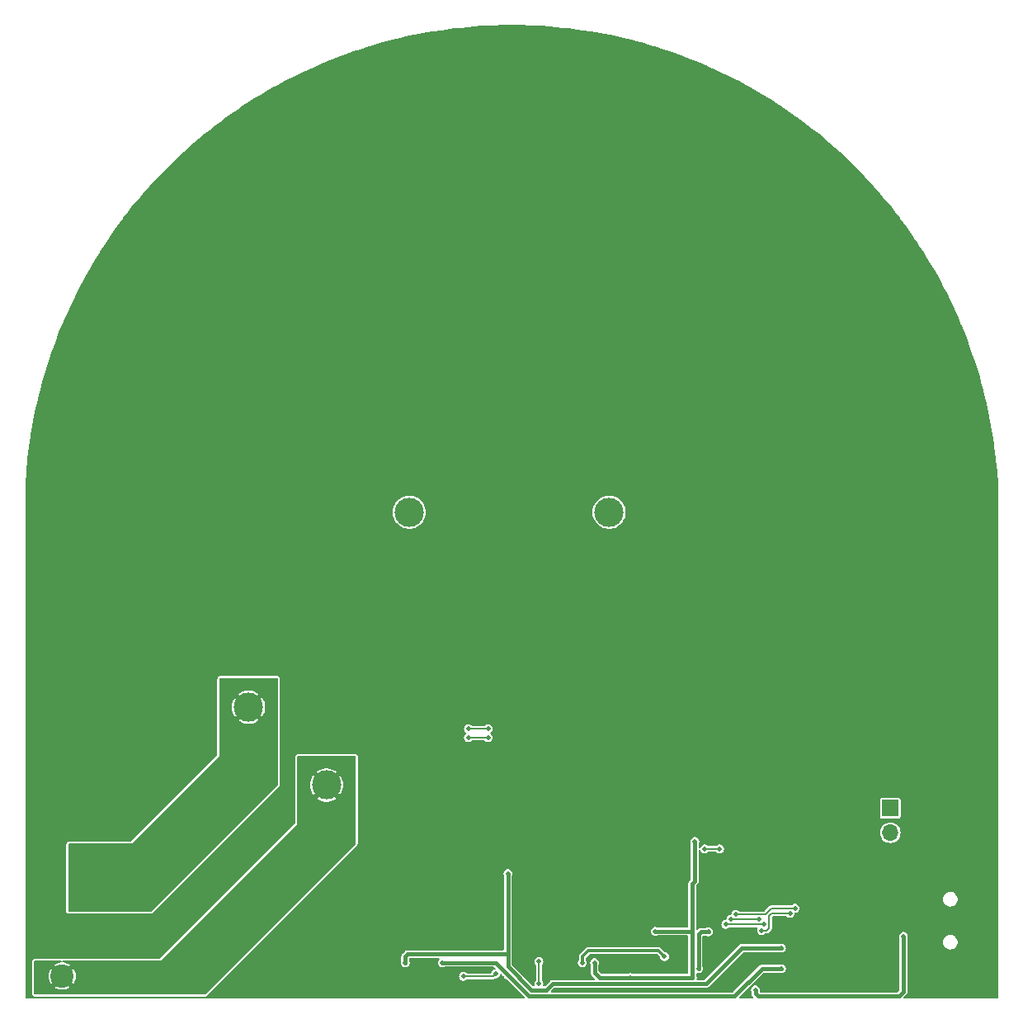
<source format=gbr>
%TF.GenerationSoftware,KiCad,Pcbnew,7.0.10+1*%
%TF.CreationDate,2024-03-16T10:02:44+01:00*%
%TF.ProjectId,PCB,5043422e-6b69-4636-9164-5f7063625858,rev?*%
%TF.SameCoordinates,Original*%
%TF.FileFunction,Copper,L2,Bot*%
%TF.FilePolarity,Positive*%
%FSLAX46Y46*%
G04 Gerber Fmt 4.6, Leading zero omitted, Abs format (unit mm)*
G04 Created by KiCad (PCBNEW 7.0.10+1) date 2024-03-16 10:02:44*
%MOMM*%
%LPD*%
G01*
G04 APERTURE LIST*
%TA.AperFunction,ComponentPad*%
%ADD10R,1.700000X1.700000*%
%TD*%
%TA.AperFunction,ComponentPad*%
%ADD11O,1.700000X1.700000*%
%TD*%
%TA.AperFunction,ComponentPad*%
%ADD12C,3.000000*%
%TD*%
%TA.AperFunction,ComponentPad*%
%ADD13R,2.400000X2.400000*%
%TD*%
%TA.AperFunction,ComponentPad*%
%ADD14C,2.400000*%
%TD*%
%TA.AperFunction,ViaPad*%
%ADD15C,0.500000*%
%TD*%
%TA.AperFunction,Conductor*%
%ADD16C,0.400000*%
%TD*%
%TA.AperFunction,Conductor*%
%ADD17C,0.200000*%
%TD*%
%TA.AperFunction,Conductor*%
%ADD18C,0.300000*%
%TD*%
G04 APERTURE END LIST*
D10*
%TO.P,J3,1,Pin_1*%
%TO.N,Net-(J3-Pin_1)*%
X131862000Y-127353000D03*
D11*
%TO.P,J3,2,Pin_2*%
%TO.N,Net-(J3-Pin_2)*%
X131862000Y-129893000D03*
%TO.P,J3,3,Pin_3*%
%TO.N,GNDD*%
X131862000Y-132433000D03*
%TD*%
D12*
%TO.P,TP1,1,1*%
%TO.N,Net-(K1-Pad5)*%
X103000000Y-97000000D03*
%TD*%
%TO.P,TP5,1,1*%
%TO.N,Net-(D1-A2)*%
X66000000Y-117000000D03*
%TD*%
%TO.P,TP6,1,1*%
%TO.N,GNDD*%
X113000000Y-97000000D03*
%TD*%
D13*
%TO.P,J2,1,Pin_1*%
%TO.N,GNDD*%
X46863000Y-141097000D03*
D14*
%TO.P,J2,2,Pin_2*%
%TO.N,Net-(D1-A1)*%
X46863000Y-144597000D03*
%TD*%
D12*
%TO.P,TP2,1,1*%
%TO.N,GNDD*%
X72492000Y-97000000D03*
%TD*%
%TO.P,TP3,1,1*%
%TO.N,Net-(K1-Pad4)*%
X82492000Y-97000000D03*
%TD*%
%TO.P,TP4,1,1*%
%TO.N,Net-(D1-A1)*%
X74000000Y-125000000D03*
%TD*%
D15*
%TO.N,GNDD*%
X138466000Y-103096000D03*
X121448000Y-119479000D03*
X116114000Y-75029000D03*
X103414000Y-78204000D03*
X111923000Y-60805000D03*
X127925000Y-68806000D03*
X127163000Y-77696000D03*
X134529000Y-92174000D03*
X108875000Y-89253000D03*
X123607000Y-88364000D03*
X111034000Y-80490000D03*
X84364000Y-72870000D03*
X98207000Y-70457000D03*
X93381000Y-56360000D03*
X86269000Y-63345000D03*
X91095000Y-81633000D03*
X117130000Y-67409000D03*
X103033000Y-59662000D03*
X68870000Y-59662000D03*
X83602000Y-51153000D03*
X95413000Y-64742000D03*
X78903000Y-91920000D03*
X73315000Y-82141000D03*
X70013000Y-76680000D03*
X76236000Y-67282000D03*
X59472000Y-73251000D03*
X56297000Y-86459000D03*
X51852000Y-95476000D03*
X98207000Y-136243000D03*
X97191000Y-135608000D03*
X127544000Y-130274000D03*
X117130000Y-132687000D03*
X124623000Y-136751000D03*
X137831000Y-144752000D03*
X139482000Y-140180000D03*
X140117000Y-137259000D03*
X138339000Y-132433000D03*
X140244000Y-124940000D03*
X132878000Y-120241000D03*
X108494000Y-110843000D03*
X116241000Y-115415000D03*
X127671000Y-118336000D03*
X138847000Y-111732000D03*
X130973000Y-100810000D03*
X120432000Y-103096000D03*
X124750000Y-110843000D03*
X110907000Y-121384000D03*
X114336000Y-120622000D03*
X118908000Y-106271000D03*
X110145000Y-105636000D03*
X94524000Y-107541000D03*
X100366000Y-109954000D03*
X97699000Y-125067000D03*
X101128000Y-126972000D03*
X99985000Y-122146000D03*
X94524000Y-122273000D03*
X93000000Y-127861000D03*
X99604000Y-139799000D03*
X95413000Y-139291000D03*
X89571000Y-138910000D03*
X84491000Y-138910000D03*
X72553000Y-141323000D03*
X77760000Y-142847000D03*
X78776000Y-134211000D03*
X76490000Y-138402000D03*
X67981000Y-144117000D03*
X55154000Y-140307000D03*
X60361000Y-136370000D03*
X66457000Y-130401000D03*
X72680000Y-119098000D03*
X74839000Y-106017000D03*
X62012000Y-103096000D03*
X56551000Y-111478000D03*
X51852000Y-121638000D03*
X51090000Y-108938000D03*
X90968000Y-97635000D03*
X88809000Y-104493000D03*
X114082000Y-138148000D03*
X45847000Y-125984000D03*
X134656000Y-144625000D03*
X50038000Y-126619000D03*
X88809000Y-102715000D03*
X95413000Y-97635000D03*
X90079000Y-98270000D03*
X86650000Y-127988000D03*
X96302000Y-96365000D03*
X78522000Y-127607000D03*
X78141000Y-108938000D03*
X80427000Y-127988000D03*
X90079000Y-111605000D03*
X78141000Y-116939000D03*
X78141000Y-110716000D03*
X78141000Y-111605000D03*
X78141000Y-107160000D03*
X89444000Y-127607000D03*
X88809000Y-100048000D03*
X97191000Y-97635000D03*
X90079000Y-123162000D03*
X120051000Y-140815000D03*
X90079000Y-124051000D03*
X90079000Y-146022000D03*
X90079000Y-102715000D03*
X78141000Y-102715000D03*
X78141000Y-104493000D03*
X78141000Y-114272000D03*
X90079000Y-116939000D03*
X140879000Y-144625000D03*
X87539000Y-127988000D03*
X79411000Y-103604000D03*
X78141000Y-118717000D03*
X131100000Y-134338000D03*
X78141000Y-100937000D03*
X78141000Y-115161000D03*
X124750000Y-145641000D03*
X82078000Y-144752000D03*
X79411000Y-115161000D03*
X78141000Y-117828000D03*
X98080000Y-96365000D03*
X111796000Y-129258000D03*
X99858000Y-96365000D03*
X118908000Y-140688000D03*
X83348000Y-142974000D03*
X78141000Y-109827000D03*
X123607000Y-134846000D03*
X91857000Y-96365000D03*
X78141000Y-100048000D03*
X114082000Y-135481000D03*
X78141000Y-103604000D03*
X88809000Y-107160000D03*
X92619000Y-132560000D03*
X90079000Y-122273000D03*
X79411000Y-110716000D03*
X110399000Y-139291000D03*
X140117000Y-133195000D03*
X78141000Y-99159000D03*
X85888000Y-146022000D03*
X105192000Y-143228000D03*
X79411000Y-117828000D03*
X88809000Y-113383000D03*
X88809000Y-117828000D03*
X88809000Y-98270000D03*
X94524000Y-97635000D03*
X88809000Y-105382000D03*
X135418000Y-144625000D03*
X79411000Y-104493000D03*
X78141000Y-105382000D03*
X90079000Y-125829000D03*
X127163000Y-126464000D03*
X90079000Y-100937000D03*
X92746000Y-96365000D03*
X128433000Y-126464000D03*
X83348000Y-140561000D03*
X140117000Y-144625000D03*
X90079000Y-100048000D03*
X79411000Y-116050000D03*
X132624000Y-134338000D03*
X81316000Y-131544000D03*
X88809000Y-111605000D03*
X101509000Y-146022000D03*
X98969000Y-146022000D03*
X130846000Y-142974000D03*
X93635000Y-97635000D03*
X78141000Y-122273000D03*
X140879000Y-121511000D03*
X88809000Y-110716000D03*
X90079000Y-121384000D03*
X90079000Y-108938000D03*
X112431000Y-134338000D03*
X81316000Y-127988000D03*
X99858000Y-97635000D03*
X90079000Y-107160000D03*
X90079000Y-117828000D03*
X78141000Y-126718000D03*
X79411000Y-102715000D03*
X90079000Y-103604000D03*
X81316000Y-129766000D03*
X114082000Y-137132000D03*
X107605000Y-129766000D03*
X90079000Y-108049000D03*
X88809000Y-103604000D03*
X90079000Y-129766000D03*
X104938000Y-136243000D03*
X79411000Y-100048000D03*
X88809000Y-99159000D03*
X134656000Y-133195000D03*
X90079000Y-114272000D03*
X88809000Y-114272000D03*
X90968000Y-96365000D03*
X90079000Y-101826000D03*
X78141000Y-125829000D03*
X92619000Y-146022000D03*
X88809000Y-109827000D03*
X88555000Y-122400000D03*
X81316000Y-128877000D03*
X78141000Y-120495000D03*
X78141000Y-116050000D03*
X79411000Y-113383000D03*
X107732000Y-142593000D03*
X118019000Y-143228000D03*
X104303000Y-120241000D03*
X78141000Y-97381000D03*
X79411000Y-107160000D03*
X79411000Y-108049000D03*
X130846000Y-141196000D03*
X97699000Y-129766000D03*
X101509000Y-135608000D03*
X131608000Y-144879000D03*
X79411000Y-112494000D03*
X79411000Y-106271000D03*
X121194000Y-133195000D03*
X88809000Y-100937000D03*
X79538000Y-127988000D03*
X78141000Y-98270000D03*
X112431000Y-135481000D03*
X110399000Y-134338000D03*
X112812000Y-146022000D03*
X79411000Y-99159000D03*
X80808000Y-132560000D03*
X135418000Y-133195000D03*
X100239000Y-146022000D03*
X93889000Y-142974000D03*
X78141000Y-119606000D03*
X78141000Y-124940000D03*
X96302000Y-97635000D03*
X90079000Y-99159000D03*
X90079000Y-112494000D03*
X86269000Y-122400000D03*
X79411000Y-111605000D03*
X121194000Y-134465000D03*
X115733000Y-143609000D03*
X112431000Y-138148000D03*
X90079000Y-115161000D03*
X79411000Y-100937000D03*
X45847000Y-127762000D03*
X110399000Y-135608000D03*
X120051000Y-144752000D03*
X79411000Y-98270000D03*
X81316000Y-130655000D03*
X78141000Y-112494000D03*
X97064000Y-143101000D03*
X93635000Y-96365000D03*
X93889000Y-140561000D03*
X136180000Y-144625000D03*
X90079000Y-105382000D03*
X97191000Y-96365000D03*
X114082000Y-134338000D03*
X88809000Y-101826000D03*
X88809000Y-106271000D03*
X93889000Y-138021000D03*
X79284000Y-122400000D03*
X116876000Y-143609000D03*
X110526000Y-129258000D03*
X100747000Y-97635000D03*
X88809000Y-108049000D03*
X79411000Y-108938000D03*
X112431000Y-137132000D03*
X128433000Y-133195000D03*
X90079000Y-96365000D03*
X88809000Y-116050000D03*
X87285000Y-132560000D03*
X95159000Y-129766000D03*
X90079000Y-126718000D03*
X90079000Y-104493000D03*
X101509000Y-138021000D03*
X91349000Y-135608000D03*
X88809000Y-108938000D03*
X141641000Y-144625000D03*
X81697000Y-122400000D03*
X125893000Y-142339000D03*
X78141000Y-113383000D03*
X90079000Y-109827000D03*
X115225000Y-137640000D03*
X78141000Y-106271000D03*
X140879000Y-133195000D03*
X78141000Y-101826000D03*
X98080000Y-97635000D03*
X78141000Y-123162000D03*
X122591000Y-142339000D03*
X79411000Y-116939000D03*
X90079000Y-124940000D03*
X106462000Y-129766000D03*
X128433000Y-134465000D03*
X90079000Y-110716000D03*
X98969000Y-97635000D03*
X131862000Y-134338000D03*
X110399000Y-137132000D03*
X116114000Y-136497000D03*
X79411000Y-109827000D03*
X88809000Y-112494000D03*
X88809000Y-115161000D03*
X78141000Y-108049000D03*
X136180000Y-133195000D03*
X110399000Y-138148000D03*
X123734000Y-145641000D03*
X90079000Y-113383000D03*
X91857000Y-97635000D03*
X90079000Y-106271000D03*
X91349000Y-146022000D03*
X79411000Y-101826000D03*
X95413000Y-96365000D03*
X140879000Y-131544000D03*
X92746000Y-97635000D03*
X88428000Y-127988000D03*
X141641000Y-133195000D03*
X94524000Y-96365000D03*
X88809000Y-97381000D03*
X112431000Y-139291000D03*
X79411000Y-105382000D03*
X79411000Y-114272000D03*
X112812000Y-142847000D03*
X90079000Y-116050000D03*
X91349000Y-138021000D03*
X98334000Y-143101000D03*
X98969000Y-96365000D03*
X88809000Y-116939000D03*
X78141000Y-124051000D03*
X78141000Y-121384000D03*
X100747000Y-96365000D03*
%TO.N,5V*%
X90587000Y-119225000D03*
X118019000Y-146022000D03*
X133208000Y-140510000D03*
X88555000Y-119225000D03*
%TO.N,Net-(J1-D-)*%
X118908000Y-139291000D03*
X114971000Y-139291000D03*
%TO.N,Net-(J1-D+)*%
X115479000Y-138783000D03*
X118400000Y-138783000D03*
%TO.N,Net-(C30-Pad1)*%
X95794000Y-145400000D03*
X95794000Y-143101000D03*
%TO.N,Net-(U1-NRST)*%
X114336000Y-131544000D03*
X112812000Y-131544000D03*
%TO.N,3.3V*%
X113193000Y-140053000D03*
X112177000Y-143837500D03*
%TO.N,3.3V_{A}*%
X111796000Y-130782000D03*
X107732000Y-140009000D03*
X101509000Y-143228000D03*
X111542000Y-144752000D03*
X105192000Y-144752000D03*
%TO.N,-12V*%
X92619000Y-134084000D03*
X82078000Y-143228000D03*
X120686000Y-141729500D03*
%TO.N,12V*%
X92619000Y-144498000D03*
X85888000Y-143228000D03*
X120686000Y-143837500D03*
%TO.N,1.25V_{REF}*%
X108682000Y-142598500D03*
X100239000Y-143228000D03*
%TO.N,Net-(D8-A2)*%
X88555000Y-120114000D03*
X90587000Y-120114000D03*
%TO.N,Net-(U5A-+)*%
X91349000Y-144371000D03*
X88047000Y-144625000D03*
%TO.N,Net-(J3-Pin_1)*%
X115987000Y-138275000D03*
X122083000Y-137640000D03*
%TO.N,Net-(J3-Pin_2)*%
X121575000Y-138148000D03*
X118654000Y-139926000D03*
%TD*%
D16*
%TO.N,5V*%
X118273000Y-146657000D02*
X132751000Y-146657000D01*
X118019000Y-146403000D02*
X118273000Y-146657000D01*
X118019000Y-146022000D02*
X118019000Y-146403000D01*
X133208000Y-146200000D02*
X133208000Y-140510000D01*
X132751000Y-146657000D02*
X133208000Y-146200000D01*
D17*
X88555000Y-119225000D02*
X90587000Y-119225000D01*
%TO.N,Net-(J1-D-)*%
X114971000Y-139291000D02*
X118908000Y-139291000D01*
%TO.N,Net-(J1-D+)*%
X115479000Y-138783000D02*
X118400000Y-138783000D01*
%TO.N,Net-(C30-Pad1)*%
X95794000Y-143101000D02*
X95794000Y-145400000D01*
%TO.N,Net-(U1-NRST)*%
X114336000Y-131544000D02*
X112812000Y-131544000D01*
D16*
%TO.N,3.3V*%
X112431000Y-140053000D02*
X113193000Y-140053000D01*
X112177000Y-140307000D02*
X112431000Y-140053000D01*
X112177000Y-143837500D02*
X112177000Y-140307000D01*
%TO.N,3.3V_{A}*%
X111796000Y-134846000D02*
X111542000Y-135100000D01*
X111498000Y-140009000D02*
X111542000Y-140053000D01*
X101509000Y-144244000D02*
X102017000Y-144752000D01*
X111542000Y-140053000D02*
X111542000Y-144752000D01*
X111796000Y-130782000D02*
X111796000Y-134846000D01*
X105192000Y-144752000D02*
X111542000Y-144752000D01*
X102017000Y-144752000D02*
X105192000Y-144752000D01*
X111542000Y-135100000D02*
X111542000Y-140053000D01*
X107732000Y-140009000D02*
X111498000Y-140009000D01*
X101509000Y-143228000D02*
X101509000Y-144244000D01*
%TO.N,-12V*%
X82332000Y-142339000D02*
X92619000Y-142339000D01*
X95032000Y-146022000D02*
X92619000Y-143609000D01*
X116596500Y-141729500D02*
X112939000Y-145387000D01*
X92619000Y-142339000D02*
X92619000Y-134084000D01*
X112939000Y-145387000D02*
X97191000Y-145387000D01*
X82078000Y-142593000D02*
X82332000Y-142339000D01*
X97191000Y-145387000D02*
X96556000Y-146022000D01*
X120686000Y-141729500D02*
X116596500Y-141729500D01*
X82078000Y-143228000D02*
X82078000Y-142593000D01*
X92619000Y-143609000D02*
X92619000Y-142339000D01*
X96556000Y-146022000D02*
X95032000Y-146022000D01*
%TO.N,12V*%
X94778000Y-146657000D02*
X92619000Y-144498000D01*
X92619000Y-144498000D02*
X91349000Y-143228000D01*
X120686000Y-143837500D02*
X118679500Y-143837500D01*
X91349000Y-143228000D02*
X85888000Y-143228000D01*
X115860000Y-146657000D02*
X94778000Y-146657000D01*
X118679500Y-143837500D02*
X115860000Y-146657000D01*
D18*
%TO.N,1.25V_{REF}*%
X108041500Y-141958000D02*
X108682000Y-142598500D01*
X100239000Y-142593000D02*
X100874000Y-141958000D01*
X100239000Y-143228000D02*
X100239000Y-142593000D01*
X100874000Y-141958000D02*
X108041500Y-141958000D01*
D17*
%TO.N,Net-(D8-A2)*%
X88555000Y-120114000D02*
X90587000Y-120114000D01*
%TO.N,Net-(U5A-+)*%
X91095000Y-144625000D02*
X88047000Y-144625000D01*
X91349000Y-144371000D02*
X91095000Y-144625000D01*
%TO.N,Net-(J3-Pin_1)*%
X122083000Y-137640000D02*
X119670000Y-137640000D01*
X119035000Y-138275000D02*
X115987000Y-138275000D01*
X119670000Y-137640000D02*
X119035000Y-138275000D01*
%TO.N,Net-(J3-Pin_2)*%
X119416000Y-139672000D02*
X119416000Y-138402000D01*
X118654000Y-139926000D02*
X119162000Y-139926000D01*
X119162000Y-139926000D02*
X119416000Y-139672000D01*
X119670000Y-138148000D02*
X121575000Y-138148000D01*
X119416000Y-138402000D02*
X119670000Y-138148000D01*
%TD*%
%TA.AperFunction,Conductor*%
%TO.N,Net-(D1-A2)*%
G36*
X68959191Y-114018907D02*
G01*
X68995155Y-114068407D01*
X69000000Y-114099000D01*
X69000000Y-124958992D01*
X68981093Y-125017183D01*
X68971004Y-125028996D01*
X56028996Y-137971004D01*
X55974479Y-137998781D01*
X55958992Y-138000000D01*
X54000000Y-138000000D01*
X53000000Y-138000000D01*
X52000000Y-138000000D01*
X47599000Y-138000000D01*
X47540809Y-137981093D01*
X47504845Y-137931593D01*
X47500000Y-137901000D01*
X47500000Y-131099000D01*
X47518907Y-131040809D01*
X47568407Y-131004845D01*
X47599000Y-131000000D01*
X53999999Y-131000000D01*
X54000000Y-131000000D01*
X63000000Y-122000000D01*
X63000000Y-117000002D01*
X64295233Y-117000002D01*
X64314273Y-117254076D01*
X64314275Y-117254086D01*
X64370970Y-117502487D01*
X64370970Y-117502489D01*
X64464055Y-117739664D01*
X64464064Y-117739683D01*
X64591455Y-117960330D01*
X64633452Y-118012991D01*
X65283336Y-117363106D01*
X65370577Y-117501948D01*
X65498052Y-117629423D01*
X65636891Y-117716661D01*
X64986814Y-118366739D01*
X65147620Y-118476374D01*
X65377176Y-118586922D01*
X65620649Y-118662023D01*
X65620659Y-118662025D01*
X65872599Y-118699999D01*
X65872608Y-118700000D01*
X66127392Y-118700000D01*
X66127400Y-118699999D01*
X66379340Y-118662025D01*
X66379350Y-118662023D01*
X66622823Y-118586921D01*
X66852381Y-118476373D01*
X67013184Y-118366739D01*
X66363107Y-117716662D01*
X66501948Y-117629423D01*
X66629423Y-117501948D01*
X66716662Y-117363107D01*
X67366546Y-118012991D01*
X67408544Y-117960330D01*
X67535935Y-117739683D01*
X67535944Y-117739664D01*
X67629029Y-117502489D01*
X67629029Y-117502487D01*
X67685724Y-117254086D01*
X67685726Y-117254076D01*
X67704767Y-117000002D01*
X67704767Y-116999997D01*
X67685726Y-116745923D01*
X67685724Y-116745913D01*
X67629029Y-116497512D01*
X67629029Y-116497510D01*
X67535944Y-116260335D01*
X67535935Y-116260316D01*
X67408549Y-116039678D01*
X67408543Y-116039669D01*
X67366546Y-115987007D01*
X66716661Y-116636891D01*
X66629423Y-116498052D01*
X66501948Y-116370577D01*
X66363106Y-116283336D01*
X67013183Y-115633260D01*
X66852376Y-115523624D01*
X66622823Y-115413078D01*
X66379350Y-115337976D01*
X66379340Y-115337974D01*
X66127400Y-115300000D01*
X65872599Y-115300000D01*
X65620659Y-115337974D01*
X65620649Y-115337976D01*
X65377176Y-115413077D01*
X65147615Y-115523628D01*
X64986814Y-115633259D01*
X65636892Y-116283337D01*
X65498052Y-116370577D01*
X65370577Y-116498052D01*
X65283337Y-116636892D01*
X64633452Y-115987007D01*
X64591461Y-116039662D01*
X64591451Y-116039677D01*
X64464064Y-116260316D01*
X64464055Y-116260335D01*
X64370970Y-116497510D01*
X64370970Y-116497512D01*
X64314275Y-116745913D01*
X64314273Y-116745923D01*
X64295233Y-116999997D01*
X64295233Y-117000002D01*
X63000000Y-117000002D01*
X63000000Y-114099000D01*
X63018907Y-114040809D01*
X63068407Y-114004845D01*
X63099000Y-114000000D01*
X68901000Y-114000000D01*
X68959191Y-114018907D01*
G37*
%TD.AperFunction*%
%TD*%
%TA.AperFunction,Conductor*%
%TO.N,Net-(D1-A1)*%
G36*
X76959191Y-122018907D02*
G01*
X76995155Y-122068407D01*
X77000000Y-122099000D01*
X77000000Y-130958992D01*
X76981093Y-131017183D01*
X76971004Y-131028996D01*
X61528996Y-146471004D01*
X61474479Y-146498781D01*
X61458992Y-146500000D01*
X44099000Y-146500000D01*
X44040809Y-146481093D01*
X44004845Y-146431593D01*
X44000000Y-146401000D01*
X44000000Y-143099000D01*
X44018907Y-143040809D01*
X44068407Y-143004845D01*
X44099000Y-143000000D01*
X46732795Y-143000000D01*
X46790986Y-143018907D01*
X46826950Y-143068407D01*
X46826950Y-143129593D01*
X46790986Y-143179093D01*
X46749090Y-143196650D01*
X46518145Y-143235187D01*
X46298695Y-143310524D01*
X46094646Y-143420951D01*
X46094637Y-143420956D01*
X46064201Y-143444645D01*
X46064201Y-143444646D01*
X46653781Y-144034226D01*
X46560412Y-144072901D01*
X46435075Y-144169075D01*
X46338901Y-144294411D01*
X46300226Y-144387781D01*
X45711812Y-143799367D01*
X45627517Y-143928390D01*
X45534318Y-144140862D01*
X45477361Y-144365779D01*
X45458202Y-144597000D01*
X45477361Y-144828220D01*
X45534319Y-145053137D01*
X45534320Y-145053140D01*
X45627514Y-145265605D01*
X45627519Y-145265614D01*
X45711811Y-145394632D01*
X46300225Y-144806217D01*
X46338901Y-144899588D01*
X46435075Y-145024925D01*
X46560412Y-145121099D01*
X46653779Y-145159772D01*
X46064201Y-145749351D01*
X46064201Y-145749352D01*
X46094643Y-145773046D01*
X46094647Y-145773049D01*
X46298695Y-145883475D01*
X46518145Y-145958812D01*
X46746993Y-145997000D01*
X46979007Y-145997000D01*
X47207854Y-145958812D01*
X47427304Y-145883475D01*
X47631351Y-145773050D01*
X47631357Y-145773046D01*
X47661797Y-145749352D01*
X47072218Y-145159773D01*
X47165588Y-145121099D01*
X47290925Y-145024925D01*
X47387099Y-144899589D01*
X47425773Y-144806218D01*
X48014187Y-145394632D01*
X48098480Y-145265614D01*
X48098485Y-145265605D01*
X48191679Y-145053140D01*
X48191680Y-145053137D01*
X48248638Y-144828220D01*
X48267797Y-144597000D01*
X48248638Y-144365779D01*
X48191680Y-144140862D01*
X48191679Y-144140859D01*
X48098485Y-143928394D01*
X48098480Y-143928385D01*
X48014187Y-143799366D01*
X47425773Y-144387779D01*
X47387099Y-144294412D01*
X47290925Y-144169075D01*
X47165588Y-144072901D01*
X47072217Y-144034225D01*
X47661797Y-143444646D01*
X47631355Y-143420952D01*
X47631352Y-143420950D01*
X47427304Y-143310524D01*
X47207854Y-143235187D01*
X46976910Y-143196650D01*
X46922625Y-143168423D01*
X46895299Y-143113678D01*
X46905370Y-143053327D01*
X46948991Y-143010422D01*
X46993205Y-143000000D01*
X56999999Y-143000000D01*
X57000000Y-143000000D01*
X71000000Y-129000000D01*
X71000000Y-125000002D01*
X72295233Y-125000002D01*
X72314273Y-125254076D01*
X72314275Y-125254086D01*
X72370970Y-125502487D01*
X72370970Y-125502489D01*
X72464055Y-125739664D01*
X72464064Y-125739683D01*
X72591455Y-125960330D01*
X72633452Y-126012991D01*
X73283336Y-125363106D01*
X73370577Y-125501948D01*
X73498052Y-125629423D01*
X73636891Y-125716661D01*
X72986814Y-126366739D01*
X73147620Y-126476374D01*
X73377176Y-126586922D01*
X73620649Y-126662023D01*
X73620659Y-126662025D01*
X73872599Y-126699999D01*
X73872608Y-126700000D01*
X74127392Y-126700000D01*
X74127400Y-126699999D01*
X74379340Y-126662025D01*
X74379350Y-126662023D01*
X74622823Y-126586921D01*
X74852381Y-126476373D01*
X75013184Y-126366739D01*
X74363107Y-125716662D01*
X74501948Y-125629423D01*
X74629423Y-125501948D01*
X74716662Y-125363107D01*
X75366546Y-126012991D01*
X75408544Y-125960330D01*
X75535935Y-125739683D01*
X75535944Y-125739664D01*
X75629029Y-125502489D01*
X75629029Y-125502487D01*
X75685724Y-125254086D01*
X75685726Y-125254076D01*
X75704767Y-125000002D01*
X75704767Y-124999997D01*
X75685726Y-124745923D01*
X75685724Y-124745913D01*
X75629029Y-124497512D01*
X75629029Y-124497510D01*
X75535944Y-124260335D01*
X75535935Y-124260316D01*
X75408549Y-124039678D01*
X75408543Y-124039669D01*
X75366546Y-123987007D01*
X74716661Y-124636891D01*
X74629423Y-124498052D01*
X74501948Y-124370577D01*
X74363106Y-124283336D01*
X75013183Y-123633260D01*
X74852376Y-123523624D01*
X74622823Y-123413078D01*
X74379350Y-123337976D01*
X74379340Y-123337974D01*
X74127400Y-123300000D01*
X73872599Y-123300000D01*
X73620659Y-123337974D01*
X73620649Y-123337976D01*
X73377176Y-123413077D01*
X73147615Y-123523628D01*
X72986814Y-123633259D01*
X73636892Y-124283337D01*
X73498052Y-124370577D01*
X73370577Y-124498052D01*
X73283337Y-124636892D01*
X72633452Y-123987007D01*
X72591461Y-124039662D01*
X72591451Y-124039677D01*
X72464064Y-124260316D01*
X72464055Y-124260335D01*
X72370970Y-124497510D01*
X72370970Y-124497512D01*
X72314275Y-124745913D01*
X72314273Y-124745923D01*
X72295233Y-124999997D01*
X72295233Y-125000002D01*
X71000000Y-125000002D01*
X71000000Y-122099000D01*
X71018907Y-122040809D01*
X71068407Y-122004845D01*
X71099000Y-122000000D01*
X76901000Y-122000000D01*
X76959191Y-122018907D01*
G37*
%TD.AperFunction*%
%TD*%
%TA.AperFunction,Conductor*%
%TO.N,GNDD*%
G36*
X93321984Y-47005016D02*
G01*
X94086227Y-47015734D01*
X94087367Y-47015759D01*
X94728682Y-47033915D01*
X94729630Y-47033948D01*
X95493568Y-47066110D01*
X95494486Y-47066155D01*
X96134975Y-47102449D01*
X96136037Y-47102516D01*
X96898876Y-47156098D01*
X96899947Y-47156182D01*
X97538992Y-47210573D01*
X97539889Y-47210655D01*
X98300989Y-47285616D01*
X98302128Y-47285737D01*
X98939285Y-47358179D01*
X98940221Y-47358292D01*
X99698984Y-47454579D01*
X99700263Y-47454751D01*
X100334804Y-47545152D01*
X100335767Y-47545295D01*
X101061293Y-47658122D01*
X101091567Y-47662830D01*
X101093085Y-47663078D01*
X101724503Y-47771345D01*
X101725535Y-47771529D01*
X102478111Y-47910282D01*
X102479253Y-47910502D01*
X103107353Y-48036595D01*
X103108211Y-48036772D01*
X103856851Y-48196633D01*
X103858162Y-48196924D01*
X104481979Y-48340633D01*
X104482949Y-48340863D01*
X105226997Y-48521702D01*
X105228425Y-48522060D01*
X105847525Y-48683262D01*
X105848633Y-48683557D01*
X106587575Y-48885263D01*
X106588994Y-48885664D01*
X107202980Y-49064231D01*
X107203827Y-49064483D01*
X107937304Y-49286981D01*
X107938781Y-49287442D01*
X108547093Y-49483193D01*
X108547883Y-49483452D01*
X109275256Y-49726576D01*
X109276654Y-49727056D01*
X109878848Y-49939825D01*
X109879550Y-49940077D01*
X110600299Y-50203681D01*
X110601779Y-50204238D01*
X111197097Y-50433726D01*
X111197846Y-50434020D01*
X111911306Y-50717888D01*
X111912783Y-50718490D01*
X112500989Y-50964574D01*
X112501525Y-50964802D01*
X113117767Y-51230243D01*
X113207386Y-51268846D01*
X113208999Y-51269558D01*
X113789088Y-51531775D01*
X113790009Y-51532197D01*
X113975337Y-51618265D01*
X114487569Y-51856152D01*
X114489002Y-51856834D01*
X115060905Y-52135102D01*
X115061668Y-52135477D01*
X115750530Y-52479199D01*
X115752013Y-52479956D01*
X116315336Y-52774048D01*
X116315783Y-52774285D01*
X116995594Y-53137651D01*
X116997001Y-53138420D01*
X117550816Y-53447801D01*
X117551547Y-53448213D01*
X118221447Y-53830815D01*
X118223056Y-53831755D01*
X118767052Y-54156181D01*
X118767834Y-54156652D01*
X119427354Y-54558266D01*
X119428958Y-54559264D01*
X119962763Y-54898451D01*
X119963510Y-54898930D01*
X120175755Y-55036481D01*
X120612398Y-55319460D01*
X120613864Y-55320430D01*
X120948625Y-55546689D01*
X121137136Y-55674101D01*
X121137848Y-55674587D01*
X121492596Y-55918887D01*
X121775478Y-56113696D01*
X121776989Y-56114758D01*
X122124570Y-56364296D01*
X122289020Y-56482360D01*
X122289699Y-56482852D01*
X122915759Y-56940399D01*
X122917234Y-56941500D01*
X123417762Y-57322762D01*
X123418245Y-57323134D01*
X123840128Y-57650001D01*
X124032272Y-57798871D01*
X124033832Y-57800105D01*
X124522150Y-58194395D01*
X124522761Y-58194892D01*
X125124121Y-58688414D01*
X125125665Y-58689707D01*
X125601756Y-59096910D01*
X125602334Y-59097409D01*
X126190567Y-59608431D01*
X126192092Y-59609783D01*
X126655272Y-60029212D01*
X126655817Y-60029710D01*
X127230664Y-60558110D01*
X127232169Y-60559522D01*
X127682170Y-60990813D01*
X127682398Y-60991033D01*
X127844255Y-61148412D01*
X128243619Y-61536728D01*
X128245101Y-61538200D01*
X128681298Y-61980614D01*
X128681779Y-61981105D01*
X129228586Y-62543469D01*
X129230044Y-62545000D01*
X129652212Y-62998148D01*
X129652657Y-62998630D01*
X130184895Y-63577652D01*
X130186227Y-63579132D01*
X130478108Y-63910774D01*
X130594010Y-64042464D01*
X130594429Y-64042944D01*
X131111555Y-64638203D01*
X131112957Y-64639852D01*
X131505915Y-65112673D01*
X131506305Y-65113146D01*
X132008098Y-65724583D01*
X132009468Y-65726290D01*
X132387202Y-66207891D01*
X132387563Y-66208355D01*
X132873614Y-66835695D01*
X132874951Y-66837460D01*
X133026602Y-67042505D01*
X133237324Y-67327419D01*
X133359208Y-67494192D01*
X133707540Y-67970813D01*
X133708841Y-67972636D01*
X134055353Y-68470001D01*
X134055659Y-68470443D01*
X134509129Y-69128926D01*
X134510392Y-69130805D01*
X134840749Y-69634811D01*
X134841029Y-69635241D01*
X135277833Y-70309241D01*
X135279055Y-70311176D01*
X135592974Y-70821012D01*
X135593229Y-70821428D01*
X136012943Y-71510670D01*
X136014083Y-71512591D01*
X136311227Y-72027258D01*
X136311457Y-72027659D01*
X136713964Y-72732410D01*
X136715100Y-72734455D01*
X136995287Y-73253119D01*
X136995494Y-73253505D01*
X137380227Y-73973287D01*
X137381317Y-73975385D01*
X137644323Y-74497028D01*
X137644508Y-74497397D01*
X138011338Y-75232571D01*
X138012379Y-75234721D01*
X138257843Y-75757894D01*
X138258007Y-75758246D01*
X138606705Y-76509084D01*
X138607695Y-76511285D01*
X138835471Y-77034797D01*
X138835615Y-77035130D01*
X139165888Y-77801881D01*
X139166825Y-77804133D01*
X139376707Y-78326445D01*
X139376832Y-78326759D01*
X139688426Y-79109904D01*
X139689309Y-79112205D01*
X139880937Y-79631070D01*
X139881045Y-79631363D01*
X140173923Y-80432151D01*
X140174748Y-80434499D01*
X140348094Y-80948145D01*
X140348186Y-80948418D01*
X140621974Y-81767533D01*
X140622740Y-81769927D01*
X140777669Y-82275822D01*
X140777746Y-82276074D01*
X141032236Y-83115016D01*
X141032942Y-83117455D01*
X141169218Y-83612017D01*
X141169281Y-83612246D01*
X141404389Y-84473559D01*
X141405032Y-84476041D01*
X141522473Y-84954761D01*
X141522523Y-84954968D01*
X141738115Y-85842007D01*
X141738694Y-85844531D01*
X141837215Y-86301667D01*
X141837254Y-86301850D01*
X142033169Y-87219338D01*
X142033681Y-87221902D01*
X142113121Y-87648830D01*
X142113136Y-87648993D01*
X142113151Y-87648991D01*
X142289314Y-88604472D01*
X142289758Y-88607073D01*
X142350002Y-88990951D01*
X142350023Y-88991087D01*
X142506332Y-89996223D01*
X142506706Y-89998861D01*
X142547796Y-90319741D01*
X142547810Y-90319853D01*
X142684058Y-91393516D01*
X142684361Y-91396188D01*
X142706202Y-91615948D01*
X142706192Y-91615989D01*
X142706210Y-91616034D01*
X142822364Y-92795366D01*
X142822593Y-92798072D01*
X142825016Y-92832264D01*
X142825018Y-92832326D01*
X142825021Y-92832326D01*
X142910757Y-94052927D01*
X142911000Y-94059864D01*
X142911000Y-146812000D01*
X142892093Y-146870191D01*
X142842593Y-146906155D01*
X142812000Y-146911000D01*
X133302401Y-146911000D01*
X133244210Y-146892093D01*
X133208246Y-146842593D01*
X133208246Y-146781407D01*
X133232397Y-146741997D01*
X133519127Y-146455266D01*
X133519131Y-146455259D01*
X133536050Y-146438342D01*
X133547004Y-146416841D01*
X133555110Y-146403613D01*
X133569296Y-146384089D01*
X133576750Y-146361146D01*
X133582691Y-146346802D01*
X133593646Y-146325304D01*
X133597421Y-146301467D01*
X133601046Y-146286371D01*
X133608500Y-146263433D01*
X133608500Y-146136567D01*
X133608500Y-141153931D01*
X137245668Y-141153931D01*
X137276133Y-141326707D01*
X137345622Y-141487802D01*
X137345623Y-141487804D01*
X137450389Y-141628529D01*
X137450391Y-141628531D01*
X137584783Y-141741300D01*
X137584784Y-141741300D01*
X137584786Y-141741302D01*
X137741567Y-141820040D01*
X137741572Y-141820041D01*
X137741576Y-141820043D01*
X137912277Y-141860500D01*
X137912279Y-141860500D01*
X138043704Y-141860500D01*
X138043709Y-141860500D01*
X138174255Y-141845241D01*
X138339117Y-141785237D01*
X138485696Y-141688830D01*
X138606092Y-141561218D01*
X138693812Y-141409281D01*
X138744130Y-141241210D01*
X138754331Y-141066065D01*
X138723865Y-140893289D01*
X138654377Y-140732196D01*
X138549610Y-140591470D01*
X138503168Y-140552500D01*
X138415216Y-140478699D01*
X138391923Y-140467001D01*
X138258433Y-140399960D01*
X138258429Y-140399959D01*
X138258423Y-140399956D01*
X138087723Y-140359500D01*
X138087721Y-140359500D01*
X137956291Y-140359500D01*
X137825745Y-140374759D01*
X137825742Y-140374759D01*
X137825741Y-140374760D01*
X137660883Y-140434762D01*
X137514306Y-140531168D01*
X137514303Y-140531170D01*
X137393909Y-140658780D01*
X137393908Y-140658780D01*
X137306188Y-140810719D01*
X137255870Y-140978786D01*
X137255869Y-140978793D01*
X137245668Y-141153931D01*
X133608500Y-141153931D01*
X133608500Y-140739021D01*
X133617447Y-140697894D01*
X133635310Y-140658780D01*
X133644697Y-140638226D01*
X133653915Y-140574113D01*
X133663133Y-140510002D01*
X133663133Y-140509997D01*
X133644697Y-140381774D01*
X133634525Y-140359500D01*
X133590882Y-140263937D01*
X133506049Y-140166033D01*
X133506048Y-140166032D01*
X133506047Y-140166031D01*
X133397073Y-140095998D01*
X133397070Y-140095996D01*
X133397069Y-140095996D01*
X133397066Y-140095995D01*
X133272774Y-140059500D01*
X133272772Y-140059500D01*
X133143228Y-140059500D01*
X133143225Y-140059500D01*
X133018933Y-140095995D01*
X133018926Y-140095998D01*
X132909952Y-140166031D01*
X132825117Y-140263938D01*
X132771302Y-140381774D01*
X132752867Y-140509997D01*
X132752867Y-140510002D01*
X132771302Y-140638224D01*
X132798553Y-140697894D01*
X132807500Y-140739021D01*
X132807500Y-145993099D01*
X132788593Y-146051290D01*
X132778504Y-146063103D01*
X132614103Y-146227504D01*
X132559586Y-146255281D01*
X132544099Y-146256500D01*
X118554670Y-146256500D01*
X118496479Y-146237593D01*
X118460515Y-146188093D01*
X118456678Y-146143411D01*
X118474133Y-146022003D01*
X118474133Y-146021997D01*
X118455697Y-145893774D01*
X118407719Y-145788719D01*
X118401882Y-145775937D01*
X118317049Y-145678033D01*
X118317048Y-145678032D01*
X118317047Y-145678031D01*
X118208073Y-145607998D01*
X118208070Y-145607996D01*
X118208069Y-145607996D01*
X118189668Y-145602593D01*
X118083774Y-145571500D01*
X118083772Y-145571500D01*
X117954228Y-145571500D01*
X117954225Y-145571500D01*
X117829933Y-145607995D01*
X117829926Y-145607998D01*
X117720952Y-145678031D01*
X117636117Y-145775938D01*
X117582302Y-145893774D01*
X117563867Y-146021997D01*
X117563867Y-146022002D01*
X117582302Y-146150224D01*
X117609553Y-146209894D01*
X117618500Y-146251021D01*
X117618500Y-146466437D01*
X117625953Y-146489374D01*
X117629579Y-146504474D01*
X117633354Y-146528306D01*
X117644301Y-146549788D01*
X117650247Y-146564142D01*
X117657703Y-146587088D01*
X117657702Y-146587088D01*
X117671884Y-146606608D01*
X117679997Y-146619847D01*
X117690950Y-146641342D01*
X117690951Y-146641343D01*
X117711030Y-146661423D01*
X117711031Y-146661423D01*
X117713513Y-146663905D01*
X117713516Y-146663909D01*
X117791604Y-146741997D01*
X117819381Y-146796513D01*
X117809810Y-146856945D01*
X117766545Y-146900210D01*
X117721600Y-146911000D01*
X116411401Y-146911000D01*
X116353210Y-146892093D01*
X116317246Y-146842593D01*
X116317246Y-146781407D01*
X116341397Y-146741996D01*
X118816396Y-144266996D01*
X118870913Y-144239219D01*
X118886400Y-144238000D01*
X120446849Y-144238000D01*
X120489581Y-144250547D01*
X120490488Y-144248562D01*
X120496930Y-144251503D01*
X120496931Y-144251504D01*
X120621228Y-144288000D01*
X120621230Y-144288000D01*
X120750770Y-144288000D01*
X120750772Y-144288000D01*
X120875069Y-144251504D01*
X120984049Y-144181467D01*
X121068882Y-144083563D01*
X121122697Y-143965726D01*
X121141133Y-143837500D01*
X121122697Y-143709274D01*
X121068882Y-143591437D01*
X120984049Y-143493533D01*
X120984048Y-143493532D01*
X120984047Y-143493531D01*
X120875073Y-143423498D01*
X120875070Y-143423496D01*
X120875069Y-143423496D01*
X120875066Y-143423495D01*
X120750774Y-143387000D01*
X120750772Y-143387000D01*
X120621228Y-143387000D01*
X120621225Y-143387000D01*
X120496929Y-143423496D01*
X120490488Y-143426438D01*
X120489581Y-143424452D01*
X120446849Y-143437000D01*
X118742933Y-143437000D01*
X118616067Y-143437000D01*
X118616065Y-143437000D01*
X118616062Y-143437001D01*
X118593124Y-143444453D01*
X118578029Y-143448077D01*
X118554201Y-143451852D01*
X118554191Y-143451855D01*
X118532702Y-143462805D01*
X118518353Y-143468748D01*
X118512681Y-143470592D01*
X118495411Y-143476203D01*
X118475893Y-143490384D01*
X118462650Y-143498499D01*
X118441158Y-143509450D01*
X118441156Y-143509451D01*
X118418590Y-143532016D01*
X118418591Y-143532017D01*
X115723103Y-146227504D01*
X115668586Y-146255281D01*
X115653099Y-146256500D01*
X97126901Y-146256500D01*
X97068710Y-146237593D01*
X97032746Y-146188093D01*
X97032746Y-146126907D01*
X97056897Y-146087496D01*
X97327897Y-145816496D01*
X97382414Y-145788719D01*
X97397901Y-145787500D01*
X113002432Y-145787500D01*
X113002433Y-145787500D01*
X113025382Y-145780043D01*
X113040465Y-145776421D01*
X113064304Y-145772646D01*
X113085802Y-145761690D01*
X113100151Y-145755748D01*
X113123090Y-145748296D01*
X113142612Y-145734111D01*
X113155849Y-145726000D01*
X113177342Y-145715050D01*
X113194261Y-145698129D01*
X113194265Y-145698127D01*
X113199907Y-145692485D01*
X113199909Y-145692484D01*
X116733396Y-142158995D01*
X116787913Y-142131219D01*
X116803400Y-142130000D01*
X120446849Y-142130000D01*
X120489581Y-142142547D01*
X120490488Y-142140562D01*
X120496930Y-142143503D01*
X120496931Y-142143504D01*
X120621228Y-142180000D01*
X120621230Y-142180000D01*
X120750770Y-142180000D01*
X120750772Y-142180000D01*
X120875069Y-142143504D01*
X120984049Y-142073467D01*
X121068882Y-141975563D01*
X121122697Y-141857726D01*
X121139436Y-141741302D01*
X121141133Y-141729502D01*
X121141133Y-141729497D01*
X121122697Y-141601274D01*
X121068882Y-141483438D01*
X121068882Y-141483437D01*
X120984049Y-141385533D01*
X120984048Y-141385532D01*
X120984047Y-141385531D01*
X120875073Y-141315498D01*
X120875070Y-141315496D01*
X120875069Y-141315496D01*
X120875066Y-141315495D01*
X120750774Y-141279000D01*
X120750772Y-141279000D01*
X120621228Y-141279000D01*
X120621225Y-141279000D01*
X120496929Y-141315496D01*
X120490488Y-141318438D01*
X120489581Y-141316452D01*
X120446849Y-141329000D01*
X116659933Y-141329000D01*
X116533067Y-141329000D01*
X116533065Y-141329000D01*
X116533062Y-141329001D01*
X116510124Y-141336453D01*
X116495029Y-141340077D01*
X116471201Y-141343852D01*
X116471191Y-141343855D01*
X116449702Y-141354805D01*
X116435353Y-141360748D01*
X116429032Y-141362802D01*
X116412411Y-141368203D01*
X116392893Y-141382384D01*
X116379650Y-141390499D01*
X116358158Y-141401450D01*
X116358156Y-141401451D01*
X116335590Y-141424016D01*
X116335591Y-141424017D01*
X112802103Y-144957504D01*
X112747586Y-144985281D01*
X112732099Y-144986500D01*
X112077670Y-144986500D01*
X112019479Y-144967593D01*
X111983515Y-144918093D01*
X111979678Y-144873411D01*
X111997133Y-144752003D01*
X111997133Y-144751997D01*
X111978698Y-144623778D01*
X111978697Y-144623777D01*
X111978697Y-144623774D01*
X111951445Y-144564101D01*
X111942500Y-144522978D01*
X111942500Y-144370412D01*
X111961407Y-144312221D01*
X112010907Y-144276257D01*
X112069390Y-144275422D01*
X112112228Y-144288000D01*
X112112230Y-144288000D01*
X112241770Y-144288000D01*
X112241772Y-144288000D01*
X112366069Y-144251504D01*
X112475049Y-144181467D01*
X112559882Y-144083563D01*
X112613697Y-143965726D01*
X112632133Y-143837500D01*
X112613697Y-143709274D01*
X112586445Y-143649601D01*
X112577500Y-143608478D01*
X112577500Y-140552500D01*
X112596407Y-140494309D01*
X112645907Y-140458345D01*
X112676500Y-140453500D01*
X112953849Y-140453500D01*
X112996581Y-140466047D01*
X112997488Y-140464062D01*
X113003930Y-140467003D01*
X113003931Y-140467004D01*
X113128228Y-140503500D01*
X113128230Y-140503500D01*
X113257770Y-140503500D01*
X113257772Y-140503500D01*
X113382069Y-140467004D01*
X113491049Y-140396967D01*
X113575882Y-140299063D01*
X113629697Y-140181226D01*
X113641951Y-140095995D01*
X113648133Y-140053002D01*
X113648133Y-140052997D01*
X113629697Y-139924774D01*
X113609826Y-139881263D01*
X113575882Y-139806937D01*
X113491049Y-139709033D01*
X113491048Y-139709032D01*
X113491047Y-139709031D01*
X113382073Y-139638998D01*
X113382070Y-139638996D01*
X113382069Y-139638996D01*
X113368351Y-139634968D01*
X113257774Y-139602500D01*
X113257772Y-139602500D01*
X113128228Y-139602500D01*
X113128225Y-139602500D01*
X113003929Y-139638996D01*
X112997488Y-139641938D01*
X112996581Y-139639952D01*
X112953849Y-139652500D01*
X112395403Y-139652500D01*
X112395379Y-139652501D01*
X112367563Y-139652501D01*
X112344626Y-139659954D01*
X112329524Y-139663580D01*
X112305693Y-139667354D01*
X112284198Y-139678306D01*
X112269853Y-139684248D01*
X112246911Y-139691703D01*
X112227393Y-139705884D01*
X112214150Y-139713999D01*
X112192658Y-139724950D01*
X112192656Y-139724951D01*
X112170090Y-139747516D01*
X112170091Y-139747517D01*
X112111504Y-139806104D01*
X112056987Y-139833881D01*
X111996555Y-139824310D01*
X111953290Y-139781045D01*
X111942500Y-139736100D01*
X111942500Y-139291002D01*
X114515867Y-139291002D01*
X114534302Y-139419225D01*
X114575530Y-139509500D01*
X114588118Y-139537063D01*
X114650018Y-139608500D01*
X114672952Y-139634968D01*
X114767419Y-139695678D01*
X114781931Y-139705004D01*
X114906228Y-139741500D01*
X114906230Y-139741500D01*
X115035770Y-139741500D01*
X115035772Y-139741500D01*
X115160069Y-139705004D01*
X115269049Y-139634967D01*
X115277105Y-139625670D01*
X115329500Y-139594073D01*
X115351925Y-139591500D01*
X118157458Y-139591500D01*
X118215649Y-139610407D01*
X118251613Y-139659907D01*
X118251613Y-139721093D01*
X118247511Y-139731626D01*
X118217302Y-139797772D01*
X118217302Y-139797774D01*
X118198867Y-139925997D01*
X118198867Y-139926002D01*
X118217302Y-140054225D01*
X118268363Y-140166031D01*
X118271118Y-140172063D01*
X118320257Y-140228773D01*
X118355952Y-140269968D01*
X118401222Y-140299061D01*
X118464931Y-140340004D01*
X118589228Y-140376500D01*
X118589230Y-140376500D01*
X118718770Y-140376500D01*
X118718772Y-140376500D01*
X118843069Y-140340004D01*
X118952049Y-140269967D01*
X118960105Y-140260670D01*
X119012500Y-140229073D01*
X119034925Y-140226500D01*
X119096836Y-140226500D01*
X119110511Y-140228732D01*
X119110683Y-140227506D01*
X119119764Y-140228772D01*
X119119765Y-140228773D01*
X119119765Y-140228772D01*
X119119766Y-140228773D01*
X119166642Y-140226606D01*
X119171214Y-140226500D01*
X119189842Y-140226500D01*
X119189844Y-140226500D01*
X119189948Y-140226480D01*
X119203571Y-140224898D01*
X119231992Y-140223585D01*
X119240976Y-140219617D01*
X119262777Y-140212865D01*
X119272433Y-140211061D01*
X119296618Y-140196086D01*
X119308728Y-140189701D01*
X119334765Y-140178206D01*
X119341709Y-140171260D01*
X119359601Y-140157089D01*
X119367952Y-140151919D01*
X119385089Y-140129223D01*
X119394082Y-140118887D01*
X119582405Y-139930564D01*
X119593664Y-139922493D01*
X119592905Y-139921487D01*
X119600221Y-139915961D01*
X119600228Y-139915958D01*
X119631877Y-139881239D01*
X119634995Y-139877974D01*
X119648174Y-139864797D01*
X119648238Y-139864702D01*
X119656753Y-139853953D01*
X119675916Y-139832933D01*
X119679465Y-139823770D01*
X119690106Y-139803582D01*
X119695656Y-139795481D01*
X119702169Y-139767785D01*
X119706220Y-139754706D01*
X119716500Y-139728173D01*
X119716500Y-139718348D01*
X119719129Y-139695683D01*
X119721379Y-139686119D01*
X119717449Y-139657944D01*
X119716500Y-139644268D01*
X119716500Y-138567479D01*
X119735407Y-138509288D01*
X119745496Y-138497475D01*
X119765475Y-138477496D01*
X119819992Y-138449719D01*
X119835479Y-138448500D01*
X121194075Y-138448500D01*
X121252266Y-138467407D01*
X121268895Y-138482670D01*
X121276951Y-138491967D01*
X121385931Y-138562004D01*
X121510228Y-138598500D01*
X121510230Y-138598500D01*
X121639770Y-138598500D01*
X121639772Y-138598500D01*
X121764069Y-138562004D01*
X121873049Y-138491967D01*
X121957882Y-138394063D01*
X122011697Y-138276226D01*
X122026192Y-138175411D01*
X122053187Y-138120504D01*
X122107302Y-138091950D01*
X122124184Y-138090500D01*
X122147770Y-138090500D01*
X122147772Y-138090500D01*
X122272069Y-138054004D01*
X122381049Y-137983967D01*
X122465882Y-137886063D01*
X122519697Y-137768226D01*
X122538133Y-137640000D01*
X122519697Y-137511774D01*
X122465882Y-137393937D01*
X122381049Y-137296033D01*
X122381048Y-137296032D01*
X122381047Y-137296031D01*
X122272073Y-137225998D01*
X122272070Y-137225996D01*
X122272069Y-137225996D01*
X122272066Y-137225995D01*
X122147774Y-137189500D01*
X122147772Y-137189500D01*
X122018228Y-137189500D01*
X122018225Y-137189500D01*
X121893933Y-137225995D01*
X121893926Y-137225998D01*
X121784951Y-137296032D01*
X121784950Y-137296033D01*
X121776895Y-137305330D01*
X121724500Y-137336927D01*
X121702075Y-137339500D01*
X119735165Y-137339500D01*
X119721489Y-137337267D01*
X119721318Y-137338494D01*
X119712234Y-137337226D01*
X119665359Y-137339394D01*
X119660787Y-137339500D01*
X119642152Y-137339500D01*
X119642029Y-137339523D01*
X119628419Y-137341101D01*
X119600011Y-137342414D01*
X119600007Y-137342415D01*
X119591013Y-137346386D01*
X119569228Y-137353132D01*
X119559571Y-137354937D01*
X119559565Y-137354939D01*
X119535381Y-137369913D01*
X119523259Y-137376302D01*
X119497238Y-137387792D01*
X119497231Y-137387796D01*
X119490286Y-137394742D01*
X119472406Y-137408905D01*
X119464048Y-137414080D01*
X119446907Y-137436778D01*
X119437909Y-137447117D01*
X118939525Y-137945503D01*
X118885008Y-137973281D01*
X118869521Y-137974500D01*
X116367925Y-137974500D01*
X116309734Y-137955593D01*
X116293105Y-137940330D01*
X116285049Y-137931033D01*
X116285048Y-137931032D01*
X116176073Y-137860998D01*
X116176070Y-137860996D01*
X116176069Y-137860996D01*
X116176066Y-137860995D01*
X116051774Y-137824500D01*
X116051772Y-137824500D01*
X115922228Y-137824500D01*
X115922225Y-137824500D01*
X115797933Y-137860995D01*
X115797926Y-137860998D01*
X115688952Y-137931031D01*
X115604117Y-138028938D01*
X115550302Y-138146774D01*
X115535808Y-138247589D01*
X115508813Y-138302496D01*
X115454698Y-138331050D01*
X115437816Y-138332500D01*
X115414225Y-138332500D01*
X115289933Y-138368995D01*
X115289926Y-138368998D01*
X115180952Y-138439031D01*
X115096117Y-138536938D01*
X115042302Y-138654774D01*
X115027808Y-138755589D01*
X115000813Y-138810496D01*
X114946698Y-138839050D01*
X114929816Y-138840500D01*
X114906225Y-138840500D01*
X114781933Y-138876995D01*
X114781926Y-138876998D01*
X114672952Y-138947031D01*
X114588117Y-139044938D01*
X114534302Y-139162774D01*
X114515867Y-139290997D01*
X114515867Y-139291002D01*
X111942500Y-139291002D01*
X111942500Y-136753931D01*
X137245668Y-136753931D01*
X137276133Y-136926707D01*
X137345622Y-137087802D01*
X137345623Y-137087804D01*
X137450389Y-137228529D01*
X137450391Y-137228531D01*
X137584783Y-137341300D01*
X137584784Y-137341300D01*
X137584786Y-137341302D01*
X137741567Y-137420040D01*
X137741572Y-137420041D01*
X137741576Y-137420043D01*
X137912277Y-137460500D01*
X137912279Y-137460500D01*
X138043704Y-137460500D01*
X138043709Y-137460500D01*
X138174255Y-137445241D01*
X138339117Y-137385237D01*
X138485696Y-137288830D01*
X138606092Y-137161218D01*
X138693812Y-137009281D01*
X138744130Y-136841210D01*
X138754331Y-136666065D01*
X138723865Y-136493289D01*
X138654377Y-136332196D01*
X138549610Y-136191470D01*
X138549608Y-136191468D01*
X138415216Y-136078699D01*
X138414530Y-136078354D01*
X138258433Y-135999960D01*
X138258429Y-135999959D01*
X138258423Y-135999956D01*
X138087723Y-135959500D01*
X138087721Y-135959500D01*
X137956291Y-135959500D01*
X137825745Y-135974759D01*
X137825742Y-135974759D01*
X137825741Y-135974760D01*
X137660883Y-136034762D01*
X137514306Y-136131168D01*
X137514303Y-136131170D01*
X137393909Y-136258780D01*
X137393908Y-136258780D01*
X137306188Y-136410719D01*
X137255870Y-136578786D01*
X137255869Y-136578793D01*
X137245668Y-136753931D01*
X111942500Y-136753931D01*
X111942500Y-135306900D01*
X111961407Y-135248709D01*
X111971496Y-135236896D01*
X112101483Y-135106909D01*
X112124050Y-135084342D01*
X112135002Y-135062843D01*
X112143115Y-135049605D01*
X112157296Y-135030090D01*
X112164751Y-135007144D01*
X112170695Y-134992795D01*
X112181646Y-134971304D01*
X112185419Y-134947473D01*
X112189048Y-134932364D01*
X112194394Y-134915910D01*
X112196499Y-134909433D01*
X112196499Y-134881621D01*
X112196500Y-134881596D01*
X112196500Y-131735797D01*
X112215407Y-131677606D01*
X112264907Y-131641642D01*
X112326093Y-131641642D01*
X112375593Y-131677606D01*
X112385553Y-131694671D01*
X112429116Y-131790060D01*
X112429117Y-131790061D01*
X112429118Y-131790063D01*
X112478517Y-131847073D01*
X112513952Y-131887968D01*
X112622926Y-131958001D01*
X112622931Y-131958004D01*
X112747228Y-131994500D01*
X112747230Y-131994500D01*
X112876770Y-131994500D01*
X112876772Y-131994500D01*
X113001069Y-131958004D01*
X113110049Y-131887967D01*
X113118105Y-131878670D01*
X113170500Y-131847073D01*
X113192925Y-131844500D01*
X113955075Y-131844500D01*
X114013266Y-131863407D01*
X114029895Y-131878670D01*
X114037951Y-131887967D01*
X114146931Y-131958004D01*
X114271228Y-131994500D01*
X114271230Y-131994500D01*
X114400770Y-131994500D01*
X114400772Y-131994500D01*
X114525069Y-131958004D01*
X114634049Y-131887967D01*
X114718882Y-131790063D01*
X114772697Y-131672226D01*
X114791133Y-131544000D01*
X114774043Y-131425139D01*
X114772697Y-131415774D01*
X114718882Y-131297938D01*
X114718882Y-131297937D01*
X114634049Y-131200033D01*
X114634048Y-131200032D01*
X114634047Y-131200031D01*
X114525073Y-131129998D01*
X114525070Y-131129996D01*
X114525069Y-131129996D01*
X114525066Y-131129995D01*
X114400774Y-131093500D01*
X114400772Y-131093500D01*
X114271228Y-131093500D01*
X114271225Y-131093500D01*
X114146933Y-131129995D01*
X114146926Y-131129998D01*
X114037951Y-131200032D01*
X114037950Y-131200033D01*
X114029895Y-131209330D01*
X113977500Y-131240927D01*
X113955075Y-131243500D01*
X113192925Y-131243500D01*
X113134734Y-131224593D01*
X113118105Y-131209330D01*
X113110049Y-131200033D01*
X113110048Y-131200032D01*
X113001073Y-131129998D01*
X113001070Y-131129996D01*
X113001069Y-131129996D01*
X113001066Y-131129995D01*
X112876774Y-131093500D01*
X112876772Y-131093500D01*
X112747228Y-131093500D01*
X112747225Y-131093500D01*
X112622933Y-131129995D01*
X112622926Y-131129998D01*
X112513952Y-131200031D01*
X112429117Y-131297938D01*
X112385553Y-131393329D01*
X112344181Y-131438406D01*
X112284214Y-131450557D01*
X112228558Y-131425139D01*
X112198472Y-131371862D01*
X112196500Y-131352202D01*
X112196500Y-131011021D01*
X112205447Y-130969894D01*
X112232697Y-130910226D01*
X112242996Y-130838592D01*
X112251133Y-130782002D01*
X112251133Y-130781997D01*
X112232697Y-130653774D01*
X112178882Y-130535938D01*
X112178882Y-130535937D01*
X112094049Y-130438033D01*
X112094048Y-130438032D01*
X112094047Y-130438031D01*
X111985073Y-130367998D01*
X111985070Y-130367996D01*
X111985069Y-130367996D01*
X111985066Y-130367995D01*
X111860774Y-130331500D01*
X111860772Y-130331500D01*
X111731228Y-130331500D01*
X111731225Y-130331500D01*
X111606933Y-130367995D01*
X111606926Y-130367998D01*
X111497952Y-130438031D01*
X111413117Y-130535938D01*
X111359302Y-130653774D01*
X111340867Y-130781997D01*
X111340867Y-130782002D01*
X111359302Y-130910224D01*
X111386553Y-130969894D01*
X111395500Y-131011021D01*
X111395500Y-134639099D01*
X111376593Y-134697290D01*
X111366504Y-134709103D01*
X111236515Y-134839092D01*
X111213950Y-134861658D01*
X111213948Y-134861660D01*
X111202997Y-134883151D01*
X111194887Y-134896385D01*
X111180706Y-134915906D01*
X111180701Y-134915915D01*
X111173249Y-134938852D01*
X111167305Y-134953202D01*
X111156355Y-134974691D01*
X111156352Y-134974701D01*
X111152577Y-134998529D01*
X111148953Y-135013624D01*
X111141501Y-135036562D01*
X111141500Y-135036569D01*
X111141500Y-139509500D01*
X111122593Y-139567691D01*
X111073093Y-139603655D01*
X111042500Y-139608500D01*
X107971151Y-139608500D01*
X107928418Y-139595952D01*
X107927512Y-139597938D01*
X107921070Y-139594996D01*
X107796774Y-139558500D01*
X107796772Y-139558500D01*
X107667228Y-139558500D01*
X107667225Y-139558500D01*
X107542933Y-139594995D01*
X107542926Y-139594998D01*
X107433952Y-139665031D01*
X107349117Y-139762938D01*
X107295302Y-139880774D01*
X107276867Y-140008997D01*
X107276867Y-140009002D01*
X107295302Y-140137225D01*
X107349117Y-140255061D01*
X107349118Y-140255063D01*
X107387242Y-140299061D01*
X107433952Y-140352968D01*
X107521918Y-140409500D01*
X107542931Y-140423004D01*
X107667228Y-140459500D01*
X107667230Y-140459500D01*
X107796770Y-140459500D01*
X107796772Y-140459500D01*
X107921069Y-140423004D01*
X107921074Y-140423001D01*
X107927512Y-140420062D01*
X107928418Y-140422047D01*
X107971151Y-140409500D01*
X111042500Y-140409500D01*
X111100691Y-140428407D01*
X111136655Y-140477907D01*
X111141500Y-140508500D01*
X111141500Y-144252500D01*
X111122593Y-144310691D01*
X111073093Y-144346655D01*
X111042500Y-144351500D01*
X105431151Y-144351500D01*
X105388418Y-144338952D01*
X105387512Y-144340938D01*
X105381070Y-144337996D01*
X105256774Y-144301500D01*
X105256772Y-144301500D01*
X105127228Y-144301500D01*
X105127225Y-144301500D01*
X105002929Y-144337996D01*
X104996488Y-144340938D01*
X104995581Y-144338952D01*
X104952849Y-144351500D01*
X102223899Y-144351500D01*
X102165708Y-144332593D01*
X102153895Y-144322503D01*
X101938496Y-144107103D01*
X101910719Y-144052587D01*
X101909500Y-144037100D01*
X101909500Y-143457021D01*
X101918447Y-143415894D01*
X101924747Y-143402099D01*
X101945697Y-143356226D01*
X101964133Y-143228000D01*
X101945697Y-143099774D01*
X101891882Y-142981937D01*
X101807049Y-142884033D01*
X101807048Y-142884032D01*
X101807047Y-142884031D01*
X101698073Y-142813998D01*
X101698070Y-142813996D01*
X101698069Y-142813996D01*
X101698066Y-142813995D01*
X101573774Y-142777500D01*
X101573772Y-142777500D01*
X101444228Y-142777500D01*
X101444225Y-142777500D01*
X101319933Y-142813995D01*
X101319926Y-142813998D01*
X101210952Y-142884031D01*
X101126117Y-142981938D01*
X101072302Y-143099774D01*
X101053867Y-143227997D01*
X101053867Y-143228002D01*
X101072302Y-143356224D01*
X101099553Y-143415894D01*
X101108500Y-143457021D01*
X101108500Y-144307437D01*
X101115953Y-144330374D01*
X101119579Y-144345474D01*
X101123354Y-144369306D01*
X101134301Y-144390788D01*
X101140247Y-144405142D01*
X101147703Y-144428088D01*
X101147702Y-144428088D01*
X101161884Y-144447608D01*
X101169997Y-144460847D01*
X101180950Y-144482342D01*
X101180951Y-144482343D01*
X101201030Y-144502423D01*
X101201031Y-144502423D01*
X101201032Y-144502424D01*
X101201031Y-144502424D01*
X101203515Y-144504908D01*
X101203516Y-144504909D01*
X101442670Y-144744063D01*
X101516104Y-144817496D01*
X101543882Y-144872013D01*
X101534311Y-144932445D01*
X101491046Y-144975710D01*
X101446101Y-144986500D01*
X97254433Y-144986500D01*
X97127567Y-144986500D01*
X97127566Y-144986500D01*
X97127560Y-144986501D01*
X97104624Y-144993953D01*
X97089525Y-144997578D01*
X97065701Y-145001352D01*
X97065695Y-145001354D01*
X97044196Y-145012307D01*
X97029857Y-145018246D01*
X97006914Y-145025702D01*
X97006911Y-145025704D01*
X96987392Y-145039884D01*
X96974156Y-145047995D01*
X96952658Y-145058950D01*
X96930094Y-145081513D01*
X96930092Y-145081515D01*
X96930090Y-145081515D01*
X96930091Y-145081516D01*
X96419103Y-145592504D01*
X96364586Y-145620281D01*
X96349099Y-145621500D01*
X96331539Y-145621500D01*
X96273348Y-145602593D01*
X96237384Y-145553093D01*
X96233547Y-145508411D01*
X96249133Y-145400003D01*
X96249133Y-145399997D01*
X96230697Y-145271774D01*
X96176883Y-145153940D01*
X96176882Y-145153937D01*
X96118679Y-145086766D01*
X96094863Y-145030408D01*
X96094500Y-145021937D01*
X96094500Y-143479063D01*
X96113407Y-143420872D01*
X96118680Y-143414232D01*
X96176882Y-143347063D01*
X96230697Y-143229226D01*
X96230873Y-143228002D01*
X99783867Y-143228002D01*
X99802302Y-143356225D01*
X99854533Y-143470592D01*
X99856118Y-143474063D01*
X99906334Y-143532016D01*
X99940952Y-143571968D01*
X99997763Y-143608478D01*
X100049931Y-143642004D01*
X100174228Y-143678500D01*
X100174230Y-143678500D01*
X100303770Y-143678500D01*
X100303772Y-143678500D01*
X100428069Y-143642004D01*
X100537049Y-143571967D01*
X100621882Y-143474063D01*
X100675697Y-143356226D01*
X100694133Y-143228000D01*
X100675697Y-143099774D01*
X100652509Y-143048999D01*
X100621882Y-142981936D01*
X100621881Y-142981935D01*
X100613679Y-142972469D01*
X100589863Y-142916109D01*
X100589500Y-142907640D01*
X100589500Y-142779190D01*
X100608407Y-142720999D01*
X100618496Y-142709186D01*
X100990186Y-142337496D01*
X101044703Y-142309719D01*
X101060190Y-142308500D01*
X107855310Y-142308500D01*
X107913501Y-142327407D01*
X107925314Y-142337496D01*
X108210376Y-142622558D01*
X108238153Y-142677075D01*
X108238364Y-142678470D01*
X108245303Y-142726727D01*
X108245304Y-142726729D01*
X108285793Y-142815386D01*
X108299118Y-142844563D01*
X108366661Y-142922513D01*
X108383952Y-142942468D01*
X108445369Y-142981938D01*
X108492931Y-143012504D01*
X108617228Y-143049000D01*
X108617230Y-143049000D01*
X108746770Y-143049000D01*
X108746772Y-143049000D01*
X108871069Y-143012504D01*
X108980049Y-142942467D01*
X109064882Y-142844563D01*
X109118697Y-142726726D01*
X109137133Y-142598500D01*
X109137086Y-142598175D01*
X109118697Y-142470274D01*
X109117517Y-142467691D01*
X109064882Y-142352437D01*
X108980049Y-142254533D01*
X108980048Y-142254532D01*
X108980047Y-142254531D01*
X108871073Y-142184498D01*
X108871070Y-142184496D01*
X108871069Y-142184496D01*
X108855757Y-142180000D01*
X108743285Y-142146976D01*
X108701172Y-142121990D01*
X108322301Y-141743119D01*
X108309425Y-141727262D01*
X108302937Y-141717331D01*
X108300310Y-141715286D01*
X108278804Y-141698548D01*
X108269619Y-141690437D01*
X108268807Y-141689625D01*
X108252725Y-141678143D01*
X108249461Y-141675710D01*
X108210626Y-141645483D01*
X108210624Y-141645482D01*
X108204177Y-141641993D01*
X108197570Y-141638763D01*
X108197566Y-141638760D01*
X108150409Y-141624720D01*
X108146515Y-141623472D01*
X108099987Y-141607499D01*
X108092760Y-141606293D01*
X108085455Y-141605383D01*
X108085454Y-141605383D01*
X108085452Y-141605383D01*
X108036324Y-141607415D01*
X108032233Y-141607500D01*
X100920619Y-141607500D01*
X100900304Y-141605393D01*
X100888685Y-141602957D01*
X100869144Y-141605393D01*
X100858338Y-141606740D01*
X100846093Y-141607500D01*
X100844960Y-141607500D01*
X100825482Y-141610750D01*
X100821436Y-141611339D01*
X100772613Y-141617425D01*
X100765538Y-141619532D01*
X100758624Y-141621906D01*
X100758620Y-141621907D01*
X100758619Y-141621908D01*
X100715339Y-141645329D01*
X100711715Y-141647194D01*
X100667521Y-141668799D01*
X100661534Y-141673073D01*
X100655742Y-141677582D01*
X100622421Y-141713776D01*
X100619591Y-141716726D01*
X100024118Y-142312198D01*
X100008265Y-142325071D01*
X99998335Y-142331559D01*
X99998332Y-142331561D01*
X99993713Y-142337496D01*
X99980354Y-142354660D01*
X99979548Y-142355695D01*
X99971437Y-142364880D01*
X99970627Y-142365689D01*
X99970619Y-142365698D01*
X99959133Y-142381786D01*
X99956690Y-142385063D01*
X99926482Y-142423874D01*
X99922981Y-142430343D01*
X99919759Y-142436934D01*
X99905718Y-142484096D01*
X99904470Y-142487990D01*
X99888500Y-142534510D01*
X99887293Y-142541743D01*
X99886383Y-142549047D01*
X99888415Y-142598175D01*
X99888500Y-142602266D01*
X99888500Y-142907640D01*
X99869593Y-142965831D01*
X99864321Y-142972469D01*
X99856118Y-142981935D01*
X99856117Y-142981936D01*
X99802302Y-143099774D01*
X99783867Y-143227997D01*
X99783867Y-143228002D01*
X96230873Y-143228002D01*
X96249133Y-143101000D01*
X96248957Y-143099778D01*
X96230697Y-142972774D01*
X96217814Y-142944565D01*
X96176882Y-142854937D01*
X96092049Y-142757033D01*
X96092048Y-142757032D01*
X96092047Y-142757031D01*
X95983073Y-142686998D01*
X95983070Y-142686996D01*
X95983069Y-142686996D01*
X95983066Y-142686995D01*
X95858774Y-142650500D01*
X95858772Y-142650500D01*
X95729228Y-142650500D01*
X95729225Y-142650500D01*
X95604933Y-142686995D01*
X95604926Y-142686998D01*
X95495952Y-142757031D01*
X95411117Y-142854938D01*
X95357302Y-142972774D01*
X95338867Y-143100997D01*
X95338867Y-143101002D01*
X95357302Y-143229225D01*
X95386016Y-143292099D01*
X95411118Y-143347063D01*
X95469320Y-143414232D01*
X95493137Y-143470592D01*
X95493500Y-143479063D01*
X95493500Y-145021937D01*
X95474593Y-145080128D01*
X95469320Y-145086767D01*
X95411118Y-145153936D01*
X95411116Y-145153940D01*
X95357302Y-145271774D01*
X95338867Y-145399997D01*
X95338867Y-145400003D01*
X95354453Y-145508411D01*
X95344020Y-145568701D01*
X95300141Y-145611343D01*
X95256461Y-145621500D01*
X95238900Y-145621500D01*
X95180709Y-145602593D01*
X95168896Y-145592504D01*
X93048496Y-143472103D01*
X93020719Y-143417586D01*
X93019500Y-143402099D01*
X93019500Y-142378308D01*
X93020719Y-142362820D01*
X93022012Y-142354660D01*
X93024492Y-142339000D01*
X93023313Y-142331559D01*
X93020719Y-142315177D01*
X93019500Y-142299690D01*
X93019500Y-134313021D01*
X93028447Y-134271894D01*
X93055697Y-134212226D01*
X93074133Y-134084000D01*
X93055697Y-133955774D01*
X93001882Y-133837937D01*
X92917049Y-133740033D01*
X92917048Y-133740032D01*
X92917047Y-133740031D01*
X92808073Y-133669998D01*
X92808070Y-133669996D01*
X92808069Y-133669996D01*
X92808066Y-133669995D01*
X92683774Y-133633500D01*
X92683772Y-133633500D01*
X92554228Y-133633500D01*
X92554225Y-133633500D01*
X92429933Y-133669995D01*
X92429926Y-133669998D01*
X92320952Y-133740031D01*
X92236117Y-133837938D01*
X92182302Y-133955774D01*
X92163867Y-134083997D01*
X92163867Y-134084002D01*
X92182302Y-134212224D01*
X92209553Y-134271894D01*
X92218500Y-134313021D01*
X92218500Y-141839500D01*
X92199593Y-141897691D01*
X92150093Y-141933655D01*
X92119500Y-141938500D01*
X82296403Y-141938500D01*
X82296379Y-141938501D01*
X82268563Y-141938501D01*
X82245626Y-141945954D01*
X82230524Y-141949580D01*
X82206693Y-141953354D01*
X82185198Y-141964306D01*
X82170853Y-141970248D01*
X82147911Y-141977703D01*
X82128393Y-141991884D01*
X82115150Y-141999999D01*
X82093658Y-142010950D01*
X82093656Y-142010951D01*
X82071089Y-142033518D01*
X81772521Y-142332084D01*
X81772515Y-142332092D01*
X81749950Y-142354658D01*
X81749948Y-142354660D01*
X81738997Y-142376151D01*
X81730887Y-142389385D01*
X81716706Y-142408906D01*
X81716701Y-142408915D01*
X81709249Y-142431852D01*
X81703305Y-142446202D01*
X81692355Y-142467691D01*
X81692352Y-142467701D01*
X81688577Y-142491529D01*
X81684953Y-142506624D01*
X81677501Y-142529562D01*
X81677500Y-142529569D01*
X81677500Y-142998978D01*
X81668554Y-143040101D01*
X81641303Y-143099774D01*
X81641302Y-143099777D01*
X81641301Y-143099778D01*
X81622867Y-143227997D01*
X81622867Y-143228002D01*
X81641302Y-143356225D01*
X81693533Y-143470592D01*
X81695118Y-143474063D01*
X81745334Y-143532016D01*
X81779952Y-143571968D01*
X81836763Y-143608478D01*
X81888931Y-143642004D01*
X82013228Y-143678500D01*
X82013230Y-143678500D01*
X82142770Y-143678500D01*
X82142772Y-143678500D01*
X82267069Y-143642004D01*
X82376049Y-143571967D01*
X82460882Y-143474063D01*
X82514697Y-143356226D01*
X82533133Y-143228000D01*
X82514873Y-143101000D01*
X82514698Y-143099778D01*
X82514697Y-143099777D01*
X82514697Y-143099774D01*
X82487445Y-143040101D01*
X82478500Y-142998978D01*
X82478500Y-142838500D01*
X82497407Y-142780309D01*
X82546907Y-142744345D01*
X82577500Y-142739500D01*
X85498410Y-142739500D01*
X85556601Y-142758407D01*
X85592565Y-142807907D01*
X85592565Y-142869093D01*
X85573231Y-142903329D01*
X85539318Y-142942468D01*
X85505117Y-142981938D01*
X85451302Y-143099774D01*
X85432867Y-143227997D01*
X85432867Y-143228002D01*
X85451302Y-143356225D01*
X85503533Y-143470592D01*
X85505118Y-143474063D01*
X85555334Y-143532016D01*
X85589952Y-143571968D01*
X85646763Y-143608478D01*
X85698931Y-143642004D01*
X85823228Y-143678500D01*
X85823230Y-143678500D01*
X85952770Y-143678500D01*
X85952772Y-143678500D01*
X86077069Y-143642004D01*
X86077074Y-143642001D01*
X86083512Y-143639062D01*
X86084418Y-143641047D01*
X86127151Y-143628500D01*
X91142099Y-143628500D01*
X91200290Y-143647407D01*
X91212103Y-143657496D01*
X91313796Y-143759189D01*
X91341573Y-143813706D01*
X91332002Y-143874138D01*
X91288737Y-143917403D01*
X91271683Y-143924183D01*
X91159933Y-143956995D01*
X91159926Y-143956998D01*
X91050952Y-144027031D01*
X90966117Y-144124938D01*
X90912303Y-144242772D01*
X90910308Y-144249568D01*
X90908165Y-144248938D01*
X90885758Y-144294503D01*
X90831641Y-144323051D01*
X90814768Y-144324500D01*
X88427925Y-144324500D01*
X88369734Y-144305593D01*
X88353105Y-144290330D01*
X88345049Y-144281033D01*
X88345048Y-144281032D01*
X88236073Y-144210998D01*
X88236070Y-144210996D01*
X88236069Y-144210996D01*
X88236066Y-144210995D01*
X88111774Y-144174500D01*
X88111772Y-144174500D01*
X87982228Y-144174500D01*
X87982225Y-144174500D01*
X87857933Y-144210995D01*
X87857926Y-144210998D01*
X87748952Y-144281031D01*
X87664117Y-144378938D01*
X87610302Y-144496774D01*
X87591867Y-144624997D01*
X87591867Y-144625002D01*
X87610302Y-144753225D01*
X87663753Y-144870263D01*
X87664118Y-144871063D01*
X87748950Y-144968966D01*
X87748952Y-144968968D01*
X87844555Y-145030408D01*
X87857931Y-145039004D01*
X87982228Y-145075500D01*
X87982230Y-145075500D01*
X88111770Y-145075500D01*
X88111772Y-145075500D01*
X88236069Y-145039004D01*
X88345049Y-144968967D01*
X88353105Y-144959670D01*
X88405500Y-144928073D01*
X88427925Y-144925500D01*
X91029836Y-144925500D01*
X91043511Y-144927732D01*
X91043683Y-144926506D01*
X91052764Y-144927772D01*
X91052765Y-144927773D01*
X91052765Y-144927772D01*
X91052766Y-144927773D01*
X91099642Y-144925606D01*
X91104214Y-144925500D01*
X91122842Y-144925500D01*
X91122844Y-144925500D01*
X91122948Y-144925480D01*
X91136571Y-144923898D01*
X91164992Y-144922585D01*
X91173976Y-144918617D01*
X91195777Y-144911865D01*
X91205433Y-144910061D01*
X91229618Y-144895086D01*
X91241728Y-144888701D01*
X91267765Y-144877206D01*
X91274709Y-144870260D01*
X91292601Y-144856089D01*
X91300952Y-144850919D01*
X91300956Y-144850913D01*
X91304882Y-144847336D01*
X91360624Y-144822108D01*
X91371576Y-144821500D01*
X91413770Y-144821500D01*
X91413772Y-144821500D01*
X91538069Y-144785004D01*
X91647049Y-144714967D01*
X91731882Y-144617063D01*
X91785697Y-144499226D01*
X91786833Y-144491320D01*
X91791257Y-144460559D01*
X91818253Y-144405652D01*
X91872367Y-144377098D01*
X91932929Y-144385805D01*
X91959251Y-144404643D01*
X92077585Y-144522978D01*
X92170907Y-144616300D01*
X92190956Y-144645176D01*
X92222830Y-144714967D01*
X92236118Y-144744063D01*
X92320951Y-144841967D01*
X92320952Y-144841968D01*
X92366222Y-144871061D01*
X92429931Y-144912004D01*
X92457608Y-144920130D01*
X92499723Y-144945116D01*
X94296603Y-146741996D01*
X94324380Y-146796513D01*
X94314809Y-146856945D01*
X94271544Y-146900210D01*
X94226599Y-146911000D01*
X43188000Y-146911000D01*
X43129809Y-146892093D01*
X43093845Y-146842593D01*
X43089000Y-146812000D01*
X43089000Y-146401000D01*
X43794500Y-146401000D01*
X43795201Y-146409907D01*
X43797030Y-146433143D01*
X43801883Y-146463793D01*
X43802646Y-146468281D01*
X43802647Y-146468286D01*
X43838591Y-146552382D01*
X43838592Y-146552383D01*
X43874556Y-146601883D01*
X43898797Y-146629628D01*
X43977307Y-146676536D01*
X44035498Y-146695443D01*
X44048198Y-146697454D01*
X44098996Y-146705500D01*
X44099000Y-146705500D01*
X61458978Y-146705500D01*
X61458992Y-146705500D01*
X61475117Y-146704866D01*
X61490604Y-146703647D01*
X61567772Y-146681884D01*
X61622289Y-146654107D01*
X61674306Y-146616314D01*
X77116314Y-131174306D01*
X77127269Y-131162456D01*
X77137358Y-131150643D01*
X77176536Y-131080685D01*
X77195443Y-131022494D01*
X77202599Y-130977310D01*
X77205500Y-130958995D01*
X77205500Y-129893003D01*
X130806417Y-129893003D01*
X130826698Y-130098929D01*
X130826699Y-130098934D01*
X130886768Y-130296954D01*
X130984316Y-130479452D01*
X131030672Y-130535937D01*
X131115590Y-130639410D01*
X131115595Y-130639414D01*
X131275547Y-130770683D01*
X131275548Y-130770683D01*
X131275550Y-130770685D01*
X131458046Y-130868232D01*
X131595997Y-130910078D01*
X131656065Y-130928300D01*
X131656070Y-130928301D01*
X131861997Y-130948583D01*
X131862000Y-130948583D01*
X131862003Y-130948583D01*
X132067929Y-130928301D01*
X132067934Y-130928300D01*
X132265954Y-130868232D01*
X132448450Y-130770685D01*
X132608410Y-130639410D01*
X132739685Y-130479450D01*
X132837232Y-130296954D01*
X132897300Y-130098934D01*
X132897301Y-130098929D01*
X132917583Y-129893003D01*
X132917583Y-129892996D01*
X132897301Y-129687070D01*
X132897300Y-129687065D01*
X132879078Y-129626997D01*
X132837232Y-129489046D01*
X132739685Y-129306550D01*
X132608410Y-129146590D01*
X132608404Y-129146585D01*
X132448452Y-129015316D01*
X132265954Y-128917768D01*
X132067934Y-128857699D01*
X132067929Y-128857698D01*
X131862003Y-128837417D01*
X131861997Y-128837417D01*
X131656070Y-128857698D01*
X131656065Y-128857699D01*
X131458045Y-128917768D01*
X131275547Y-129015316D01*
X131115595Y-129146585D01*
X131115585Y-129146595D01*
X130984316Y-129306547D01*
X130886768Y-129489045D01*
X130826699Y-129687065D01*
X130826698Y-129687070D01*
X130806417Y-129892996D01*
X130806417Y-129893003D01*
X77205500Y-129893003D01*
X77205500Y-128222746D01*
X130811500Y-128222746D01*
X130811501Y-128222758D01*
X130823132Y-128281227D01*
X130823133Y-128281231D01*
X130867448Y-128347552D01*
X130933769Y-128391867D01*
X130978231Y-128400711D01*
X130992241Y-128403498D01*
X130992246Y-128403498D01*
X130992252Y-128403500D01*
X130992253Y-128403500D01*
X132731747Y-128403500D01*
X132731748Y-128403500D01*
X132790231Y-128391867D01*
X132856552Y-128347552D01*
X132900867Y-128281231D01*
X132912500Y-128222748D01*
X132912500Y-126483252D01*
X132900867Y-126424769D01*
X132856552Y-126358448D01*
X132856548Y-126358445D01*
X132790233Y-126314134D01*
X132790231Y-126314133D01*
X132790228Y-126314132D01*
X132790227Y-126314132D01*
X132731758Y-126302501D01*
X132731748Y-126302500D01*
X130992252Y-126302500D01*
X130992251Y-126302500D01*
X130992241Y-126302501D01*
X130933772Y-126314132D01*
X130933766Y-126314134D01*
X130867451Y-126358445D01*
X130867445Y-126358451D01*
X130823134Y-126424766D01*
X130823132Y-126424772D01*
X130811501Y-126483241D01*
X130811500Y-126483253D01*
X130811500Y-128222746D01*
X77205500Y-128222746D01*
X77205500Y-122099006D01*
X77205500Y-122099000D01*
X77202970Y-122066856D01*
X77198125Y-122036263D01*
X77198116Y-122036206D01*
X77197353Y-122031714D01*
X77197352Y-122031713D01*
X77161408Y-121947617D01*
X77137623Y-121914880D01*
X77125444Y-121898117D01*
X77101203Y-121870372D01*
X77022693Y-121823464D01*
X77022691Y-121823463D01*
X77022689Y-121823462D01*
X76964499Y-121804556D01*
X76964500Y-121804556D01*
X76901003Y-121794500D01*
X76901000Y-121794500D01*
X71099000Y-121794500D01*
X71066856Y-121797030D01*
X71036206Y-121801883D01*
X71031718Y-121802646D01*
X71031713Y-121802647D01*
X70947617Y-121838591D01*
X70898118Y-121874555D01*
X70870372Y-121898797D01*
X70823464Y-121977307D01*
X70823462Y-121977310D01*
X70804556Y-122035499D01*
X70794500Y-122098996D01*
X70794500Y-128873872D01*
X70775593Y-128932063D01*
X70765504Y-128943876D01*
X56943876Y-142765504D01*
X56889359Y-142793281D01*
X56873872Y-142794500D01*
X46993205Y-142794500D01*
X46961773Y-142798154D01*
X46946055Y-142799982D01*
X46901840Y-142810404D01*
X46884510Y-142815386D01*
X46826572Y-142814393D01*
X46796298Y-142804557D01*
X46796295Y-142804556D01*
X46732798Y-142794500D01*
X46732795Y-142794500D01*
X44099000Y-142794500D01*
X44066856Y-142797030D01*
X44036206Y-142801883D01*
X44031718Y-142802646D01*
X44031713Y-142802647D01*
X43947617Y-142838591D01*
X43898118Y-142874555D01*
X43870372Y-142898797D01*
X43823464Y-142977307D01*
X43823462Y-142977310D01*
X43804556Y-143035499D01*
X43794500Y-143098996D01*
X43794500Y-143099000D01*
X43794500Y-144596999D01*
X43794500Y-146401000D01*
X43089000Y-146401000D01*
X43089000Y-137901000D01*
X47294500Y-137901000D01*
X47296864Y-137931031D01*
X47297030Y-137933143D01*
X47301883Y-137963793D01*
X47302646Y-137968281D01*
X47302647Y-137968286D01*
X47338591Y-138052382D01*
X47352127Y-138071012D01*
X47374556Y-138101883D01*
X47398797Y-138129628D01*
X47477307Y-138176536D01*
X47535498Y-138195443D01*
X47548198Y-138197454D01*
X47598996Y-138205500D01*
X47599000Y-138205500D01*
X55958978Y-138205500D01*
X55958992Y-138205500D01*
X55975117Y-138204866D01*
X55990604Y-138203647D01*
X56067772Y-138181884D01*
X56122289Y-138154107D01*
X56174306Y-138116314D01*
X69116314Y-125174306D01*
X69127269Y-125162456D01*
X69137358Y-125150643D01*
X69176536Y-125080685D01*
X69195443Y-125022494D01*
X69205500Y-124958992D01*
X69205500Y-120114002D01*
X88099867Y-120114002D01*
X88118302Y-120242225D01*
X88172117Y-120360061D01*
X88172118Y-120360063D01*
X88221517Y-120417073D01*
X88256952Y-120457968D01*
X88365926Y-120528001D01*
X88365931Y-120528004D01*
X88490228Y-120564500D01*
X88490230Y-120564500D01*
X88619770Y-120564500D01*
X88619772Y-120564500D01*
X88744069Y-120528004D01*
X88853049Y-120457967D01*
X88861105Y-120448670D01*
X88913500Y-120417073D01*
X88935925Y-120414500D01*
X90206075Y-120414500D01*
X90264266Y-120433407D01*
X90280895Y-120448670D01*
X90288951Y-120457967D01*
X90397931Y-120528004D01*
X90522228Y-120564500D01*
X90522230Y-120564500D01*
X90651770Y-120564500D01*
X90651772Y-120564500D01*
X90776069Y-120528004D01*
X90885049Y-120457967D01*
X90969882Y-120360063D01*
X91023697Y-120242226D01*
X91042133Y-120114000D01*
X91023697Y-119985774D01*
X90969882Y-119867937D01*
X90885049Y-119770033D01*
X90858207Y-119752782D01*
X90819478Y-119705419D01*
X90815984Y-119644333D01*
X90849063Y-119592860D01*
X90858197Y-119586223D01*
X90885049Y-119568967D01*
X90969882Y-119471063D01*
X91023697Y-119353226D01*
X91042133Y-119225000D01*
X91023697Y-119096774D01*
X90969882Y-118978937D01*
X90885049Y-118881033D01*
X90885048Y-118881032D01*
X90885047Y-118881031D01*
X90776073Y-118810998D01*
X90776070Y-118810996D01*
X90776069Y-118810996D01*
X90776066Y-118810995D01*
X90651774Y-118774500D01*
X90651772Y-118774500D01*
X90522228Y-118774500D01*
X90522225Y-118774500D01*
X90397933Y-118810995D01*
X90397926Y-118810998D01*
X90288951Y-118881032D01*
X90288950Y-118881033D01*
X90280895Y-118890330D01*
X90228500Y-118921927D01*
X90206075Y-118924500D01*
X88935925Y-118924500D01*
X88877734Y-118905593D01*
X88861105Y-118890330D01*
X88853049Y-118881033D01*
X88853048Y-118881032D01*
X88744073Y-118810998D01*
X88744070Y-118810996D01*
X88744069Y-118810996D01*
X88744066Y-118810995D01*
X88619774Y-118774500D01*
X88619772Y-118774500D01*
X88490228Y-118774500D01*
X88490225Y-118774500D01*
X88365933Y-118810995D01*
X88365926Y-118810998D01*
X88256952Y-118881031D01*
X88172117Y-118978938D01*
X88118302Y-119096774D01*
X88099867Y-119224997D01*
X88099867Y-119225002D01*
X88118302Y-119353225D01*
X88172117Y-119471061D01*
X88172118Y-119471063D01*
X88221517Y-119528073D01*
X88256951Y-119568967D01*
X88283791Y-119586216D01*
X88322522Y-119633583D01*
X88326014Y-119694668D01*
X88292935Y-119746140D01*
X88283791Y-119752784D01*
X88256951Y-119770032D01*
X88172117Y-119867938D01*
X88118302Y-119985774D01*
X88099867Y-120113997D01*
X88099867Y-120114002D01*
X69205500Y-120114002D01*
X69205500Y-114099000D01*
X69202970Y-114066856D01*
X69198125Y-114036263D01*
X69198116Y-114036206D01*
X69197353Y-114031714D01*
X69197352Y-114031713D01*
X69161408Y-113947617D01*
X69125444Y-113898117D01*
X69101203Y-113870372D01*
X69022693Y-113823464D01*
X69022691Y-113823463D01*
X69022689Y-113823462D01*
X68964499Y-113804556D01*
X68964500Y-113804556D01*
X68901003Y-113794500D01*
X68901000Y-113794500D01*
X63099000Y-113794500D01*
X63066856Y-113797030D01*
X63036206Y-113801883D01*
X63031718Y-113802646D01*
X63031713Y-113802647D01*
X62947617Y-113838591D01*
X62898118Y-113874555D01*
X62870372Y-113898797D01*
X62823464Y-113977307D01*
X62823462Y-113977310D01*
X62804556Y-114035499D01*
X62794500Y-114098996D01*
X62794500Y-121873872D01*
X62775593Y-121932063D01*
X62765504Y-121943876D01*
X53943876Y-130765504D01*
X53889359Y-130793281D01*
X53873872Y-130794500D01*
X47599000Y-130794500D01*
X47566856Y-130797030D01*
X47536206Y-130801883D01*
X47531718Y-130802646D01*
X47531713Y-130802647D01*
X47447617Y-130838591D01*
X47398118Y-130874555D01*
X47370372Y-130898797D01*
X47323464Y-130977307D01*
X47323462Y-130977310D01*
X47304556Y-131035499D01*
X47294500Y-131098996D01*
X47294500Y-131099000D01*
X47294500Y-137901000D01*
X43089000Y-137901000D01*
X43089000Y-97000002D01*
X80786732Y-97000002D01*
X80805777Y-97254152D01*
X80805779Y-97254161D01*
X80862492Y-97502639D01*
X80955604Y-97739881D01*
X80955607Y-97739888D01*
X81083041Y-97960612D01*
X81083045Y-97960618D01*
X81083047Y-97960620D01*
X81241940Y-98159866D01*
X81241951Y-98159878D01*
X81428776Y-98333226D01*
X81428778Y-98333227D01*
X81428783Y-98333232D01*
X81639366Y-98476805D01*
X81868996Y-98587389D01*
X82112542Y-98662513D01*
X82364565Y-98700500D01*
X82364570Y-98700500D01*
X82619430Y-98700500D01*
X82619435Y-98700500D01*
X82871458Y-98662513D01*
X83115004Y-98587389D01*
X83344634Y-98476805D01*
X83555217Y-98333232D01*
X83742050Y-98159877D01*
X83900959Y-97960612D01*
X84028393Y-97739888D01*
X84121508Y-97502637D01*
X84178222Y-97254157D01*
X84197268Y-97000002D01*
X101294732Y-97000002D01*
X101313777Y-97254152D01*
X101313779Y-97254161D01*
X101370492Y-97502639D01*
X101463604Y-97739881D01*
X101463607Y-97739888D01*
X101591041Y-97960612D01*
X101591045Y-97960618D01*
X101591047Y-97960620D01*
X101749940Y-98159866D01*
X101749951Y-98159878D01*
X101936776Y-98333226D01*
X101936778Y-98333227D01*
X101936783Y-98333232D01*
X102147366Y-98476805D01*
X102376996Y-98587389D01*
X102620542Y-98662513D01*
X102872565Y-98700500D01*
X102872570Y-98700500D01*
X103127430Y-98700500D01*
X103127435Y-98700500D01*
X103379458Y-98662513D01*
X103623004Y-98587389D01*
X103852634Y-98476805D01*
X104063217Y-98333232D01*
X104250050Y-98159877D01*
X104408959Y-97960612D01*
X104536393Y-97739888D01*
X104629508Y-97502637D01*
X104686222Y-97254157D01*
X104705268Y-97000000D01*
X104686222Y-96745843D01*
X104629508Y-96497363D01*
X104536393Y-96260112D01*
X104408959Y-96039388D01*
X104408952Y-96039379D01*
X104250059Y-95840133D01*
X104250048Y-95840121D01*
X104063223Y-95666773D01*
X104063220Y-95666771D01*
X104063217Y-95666768D01*
X103852634Y-95523195D01*
X103623004Y-95412611D01*
X103379462Y-95337488D01*
X103379459Y-95337487D01*
X103379458Y-95337487D01*
X103379453Y-95337486D01*
X103379452Y-95337486D01*
X103127438Y-95299500D01*
X103127435Y-95299500D01*
X102872565Y-95299500D01*
X102872561Y-95299500D01*
X102620547Y-95337486D01*
X102620537Y-95337488D01*
X102376995Y-95412611D01*
X102147373Y-95523191D01*
X102147369Y-95523193D01*
X102147366Y-95523195D01*
X102038086Y-95597701D01*
X101936776Y-95666773D01*
X101749951Y-95840121D01*
X101749940Y-95840133D01*
X101591047Y-96039379D01*
X101591043Y-96039384D01*
X101591041Y-96039388D01*
X101529181Y-96146533D01*
X101463608Y-96260109D01*
X101463604Y-96260118D01*
X101370492Y-96497360D01*
X101313779Y-96745838D01*
X101313777Y-96745847D01*
X101294732Y-96999997D01*
X101294732Y-97000002D01*
X84197268Y-97000002D01*
X84197268Y-97000000D01*
X84178222Y-96745843D01*
X84121508Y-96497363D01*
X84028393Y-96260112D01*
X83900959Y-96039388D01*
X83900952Y-96039379D01*
X83742059Y-95840133D01*
X83742048Y-95840121D01*
X83555223Y-95666773D01*
X83555220Y-95666771D01*
X83555217Y-95666768D01*
X83344634Y-95523195D01*
X83115004Y-95412611D01*
X82871462Y-95337488D01*
X82871459Y-95337487D01*
X82871458Y-95337487D01*
X82871453Y-95337486D01*
X82871452Y-95337486D01*
X82619438Y-95299500D01*
X82619435Y-95299500D01*
X82364565Y-95299500D01*
X82364561Y-95299500D01*
X82112547Y-95337486D01*
X82112537Y-95337488D01*
X81868995Y-95412611D01*
X81639373Y-95523191D01*
X81639369Y-95523193D01*
X81639366Y-95523195D01*
X81530086Y-95597701D01*
X81428776Y-95666773D01*
X81241951Y-95840121D01*
X81241940Y-95840133D01*
X81083047Y-96039379D01*
X81083043Y-96039384D01*
X81083041Y-96039388D01*
X81021181Y-96146533D01*
X80955608Y-96260109D01*
X80955604Y-96260118D01*
X80862492Y-96497360D01*
X80805779Y-96745838D01*
X80805777Y-96745847D01*
X80786732Y-96999997D01*
X80786732Y-97000002D01*
X43089000Y-97000002D01*
X43089000Y-94059864D01*
X43089243Y-94052927D01*
X43174979Y-92832326D01*
X43174984Y-92832326D01*
X43174982Y-92832276D01*
X43177415Y-92797950D01*
X43177623Y-92795493D01*
X43293789Y-91616028D01*
X43293824Y-91615950D01*
X43293797Y-91615948D01*
X43293857Y-91615334D01*
X43315647Y-91396097D01*
X43315928Y-91393613D01*
X43452203Y-90319741D01*
X43452724Y-90315667D01*
X43493305Y-89998767D01*
X43493650Y-89996330D01*
X43650042Y-88990663D01*
X43710249Y-88607019D01*
X43710672Y-88604540D01*
X43886848Y-87648991D01*
X43886874Y-87648995D01*
X43886875Y-87648842D01*
X43886944Y-87648469D01*
X43966328Y-87221846D01*
X43966817Y-87219395D01*
X44162807Y-86301558D01*
X44261313Y-85844488D01*
X44261872Y-85842052D01*
X44477556Y-84954637D01*
X44594989Y-84475951D01*
X44595584Y-84473652D01*
X44830870Y-83611693D01*
X44967080Y-83117371D01*
X44967737Y-83115101D01*
X45222426Y-82275503D01*
X45377286Y-81769835D01*
X45377993Y-81767629D01*
X45651839Y-80948339D01*
X45651905Y-80948146D01*
X45651905Y-80948145D01*
X45825293Y-80434375D01*
X45826023Y-80432297D01*
X46119062Y-79631070D01*
X46310726Y-79112106D01*
X46311530Y-79110010D01*
X46623402Y-78326169D01*
X46833240Y-77803970D01*
X46834041Y-77802045D01*
X47164528Y-77034797D01*
X47392340Y-76511201D01*
X47393253Y-76509171D01*
X47742156Y-75757894D01*
X47987646Y-75234664D01*
X47988630Y-75232630D01*
X48355675Y-74497028D01*
X48618755Y-73975240D01*
X48619689Y-73973443D01*
X49004755Y-73253038D01*
X49284967Y-72734330D01*
X49285964Y-72732535D01*
X49688698Y-72027385D01*
X49985988Y-71512467D01*
X49986970Y-71510811D01*
X50406876Y-70821252D01*
X50720964Y-70311141D01*
X50722165Y-70309241D01*
X50750416Y-70265648D01*
X51159092Y-69635052D01*
X51489647Y-69130743D01*
X51490824Y-69128992D01*
X51944547Y-68470141D01*
X51944645Y-68470001D01*
X52291210Y-67972561D01*
X52292373Y-67970931D01*
X52762688Y-67327401D01*
X53125109Y-66837377D01*
X53126315Y-66835784D01*
X53612797Y-66207891D01*
X53990599Y-65726203D01*
X53991826Y-65724674D01*
X54494083Y-65112673D01*
X54887128Y-64639749D01*
X54888348Y-64638313D01*
X55405906Y-64042557D01*
X55813860Y-63579031D01*
X55814998Y-63577767D01*
X56347632Y-62998314D01*
X56770050Y-62544899D01*
X56771309Y-62543576D01*
X57318485Y-61980832D01*
X57754986Y-61538111D01*
X57756289Y-61536817D01*
X58317717Y-60990920D01*
X58767922Y-60559434D01*
X58769233Y-60558203D01*
X59344589Y-60029336D01*
X59807999Y-59609699D01*
X59809326Y-59608523D01*
X60398132Y-59097004D01*
X60874434Y-58689621D01*
X60875763Y-58688508D01*
X61477473Y-58194698D01*
X61477684Y-58194527D01*
X61966247Y-57800040D01*
X61967641Y-57798938D01*
X62582061Y-57322896D01*
X63082859Y-56941428D01*
X63084135Y-56940476D01*
X63710505Y-56482702D01*
X63710801Y-56482488D01*
X64223104Y-56114690D01*
X64224415Y-56113769D01*
X64862269Y-55674505D01*
X64862762Y-55674169D01*
X65386229Y-55320366D01*
X65387494Y-55319529D01*
X66036575Y-54898873D01*
X66037039Y-54898576D01*
X66571108Y-54559221D01*
X66572574Y-54558308D01*
X67232344Y-54156543D01*
X67232774Y-54156284D01*
X67777046Y-53831694D01*
X67778454Y-53830871D01*
X68448649Y-53448100D01*
X68448982Y-53447913D01*
X69003088Y-53138370D01*
X69004305Y-53137705D01*
X69684522Y-52774121D01*
X70248075Y-52479910D01*
X70249378Y-52479244D01*
X70938504Y-52135391D01*
X70938917Y-52135188D01*
X71511086Y-51856790D01*
X71512335Y-51856196D01*
X72210083Y-51532153D01*
X72210820Y-51531816D01*
X72791070Y-51269526D01*
X72792538Y-51268878D01*
X73498709Y-50964701D01*
X73498876Y-50964630D01*
X74087291Y-50718459D01*
X74088607Y-50717922D01*
X74802325Y-50433951D01*
X74802780Y-50433773D01*
X75398299Y-50204207D01*
X75399618Y-50203711D01*
X76120597Y-49940023D01*
X76121032Y-49939867D01*
X76723417Y-49727031D01*
X76724668Y-49726601D01*
X77452267Y-49483402D01*
X77452800Y-49483227D01*
X78061284Y-49287421D01*
X78062622Y-49287003D01*
X78796310Y-49064441D01*
X78796922Y-49064259D01*
X79411070Y-48885645D01*
X79412358Y-48885281D01*
X80151465Y-48683530D01*
X80152377Y-48683287D01*
X80771628Y-48522046D01*
X80772933Y-48521718D01*
X81517167Y-48340834D01*
X81517948Y-48340649D01*
X82141889Y-48196912D01*
X82143090Y-48196645D01*
X82891864Y-48036756D01*
X82892581Y-48036608D01*
X83520794Y-47910493D01*
X83521848Y-47910290D01*
X84274537Y-47771515D01*
X84275441Y-47771354D01*
X84906946Y-47663072D01*
X84908394Y-47662835D01*
X85664302Y-47545284D01*
X85665148Y-47545158D01*
X86299771Y-47454746D01*
X86300976Y-47454584D01*
X87059795Y-47358290D01*
X87060678Y-47358184D01*
X87697899Y-47285734D01*
X87698982Y-47285619D01*
X88460153Y-47210651D01*
X88460979Y-47210575D01*
X89100075Y-47156180D01*
X89101101Y-47156099D01*
X89863984Y-47102514D01*
X89865004Y-47102450D01*
X90505527Y-47066154D01*
X90506407Y-47066111D01*
X91270389Y-47033947D01*
X91271307Y-47033915D01*
X91912638Y-47015758D01*
X91913751Y-47015735D01*
X92678016Y-47005016D01*
X92679404Y-47005006D01*
X93320596Y-47005006D01*
X93321984Y-47005016D01*
G37*
%TD.AperFunction*%
%TD*%
M02*

</source>
